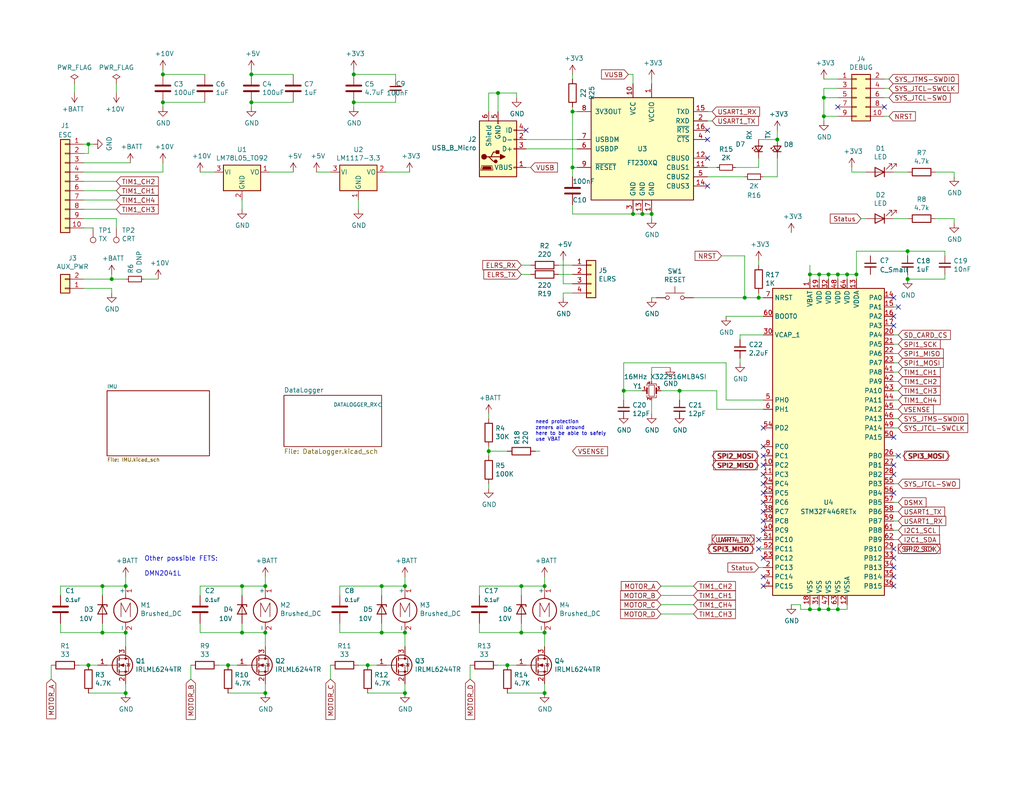
<source format=kicad_sch>
(kicad_sch (version 20211123) (generator eeschema)
  (paper "A")
  (lib_symbols
    (symbol "Connector:TestPoint" (pin_numbers hide) (pin_names (offset 0.762) hide)
      (property "Reference" "TP" (at 0 6.858 0))
      (property "Value" "TestPoint" (at 0 5.08 0))
      (symbol "TestPoint_1_1"
        (pin passive line (at 0 0 90) (length 2.54) (name "1") (number "1"))
      )
    )
    (symbol "Connector_Generic:Conn_01x02" (pin_names (offset 1.016) hide)
      (property "Reference" "J" (at 0 2.54 0))
      (property "Value" "Conn_01x02" (at 0 -5.08 0))
      (symbol "Conn_01x02_1_1"
        (pin passive line (at -5.08 0 0) (length 3.81) (name "Pin_1") (number "1"))
        (pin passive line (at -5.08 -2.54 0) (length 3.81) (name "Pin_2") (number "2"))
      )
    )
    (symbol "Connector_Generic:Conn_01x04" (pin_names (offset 1.016) hide)
      (property "Reference" "J" (at 0 5.08 0))
      (property "Value" "Conn_01x04" (at 0 -7.62 0))
      (symbol "Conn_01x04_1_1"
        (pin passive line (at -5.08 2.54 0) (length 3.81) (name "Pin_1") (number "1"))
        (pin passive line (at -5.08 0 0) (length 3.81) (name "Pin_2") (number "2"))
        (pin passive line (at -5.08 -2.54 0) (length 3.81) (name "Pin_3") (number "3"))
        (pin passive line (at -5.08 -5.08 0) (length 3.81) (name "Pin_4") (number "4"))
      )
    )
    (symbol "Connector_Generic:Conn_01x10" (pin_names (offset 1.016) hide)
      (property "Reference" "J" (at 0 12.7 0))
      (property "Value" "Conn_01x10" (at 0 -15.24 0))
      (symbol "Conn_01x10_1_1"
        (pin passive line (at -5.08 10.16 0) (length 3.81) (name "Pin_1") (number "1"))
        (pin passive line (at -5.08 -12.7 0) (length 3.81) (name "Pin_10") (number "10"))
        (pin passive line (at -5.08 7.62 0) (length 3.81) (name "Pin_2") (number "2"))
        (pin passive line (at -5.08 5.08 0) (length 3.81) (name "Pin_3") (number "3"))
        (pin passive line (at -5.08 2.54 0) (length 3.81) (name "Pin_4") (number "4"))
        (pin passive line (at -5.08 0 0) (length 3.81) (name "Pin_5") (number "5"))
        (pin passive line (at -5.08 -2.54 0) (length 3.81) (name "Pin_6") (number "6"))
        (pin passive line (at -5.08 -5.08 0) (length 3.81) (name "Pin_7") (number "7"))
        (pin passive line (at -5.08 -7.62 0) (length 3.81) (name "Pin_8") (number "8"))
        (pin passive line (at -5.08 -10.16 0) (length 3.81) (name "Pin_9") (number "9"))
      )
    )
    (symbol "Connector_Generic:Conn_02x05_Odd_Even" (pin_names (offset 1.016) hide)
      (property "Reference" "J" (at 1.27 7.62 0))
      (property "Value" "Conn_02x05_Odd_Even" (at 1.27 -7.62 0))
      (symbol "Conn_02x05_Odd_Even_1_1"
        (pin passive line (at -5.08 5.08 0) (length 3.81) (name "Pin_1") (number "1"))
        (pin passive line (at 7.62 -5.08 180) (length 3.81) (name "Pin_10") (number "10"))
        (pin passive line (at 7.62 5.08 180) (length 3.81) (name "Pin_2") (number "2"))
        (pin passive line (at -5.08 2.54 0) (length 3.81) (name "Pin_3") (number "3"))
        (pin passive line (at 7.62 2.54 180) (length 3.81) (name "Pin_4") (number "4"))
        (pin passive line (at -5.08 0 0) (length 3.81) (name "Pin_5") (number "5"))
        (pin passive line (at 7.62 0 180) (length 3.81) (name "Pin_6") (number "6"))
        (pin passive line (at -5.08 -2.54 0) (length 3.81) (name "Pin_7") (number "7"))
        (pin passive line (at 7.62 -2.54 180) (length 3.81) (name "Pin_8") (number "8"))
        (pin passive line (at -5.08 -5.08 0) (length 3.81) (name "Pin_9") (number "9"))
      )
    )
    (symbol "Device:C" (pin_numbers hide) (pin_names (offset 0.254))
      (property "Reference" "C" (at 0.635 2.54 0))
      (property "Value" "C" (at 0.635 -2.54 0))
      (symbol "C_1_1"
        (pin passive line (at 0 3.81 270) (length 2.794) (name "~") (number "1"))
        (pin passive line (at 0 -3.81 90) (length 2.794) (name "~") (number "2"))
      )
    )
    (symbol "Device:C_Small" (pin_numbers hide) (pin_names (offset 0.254) hide)
      (property "Reference" "C" (at 0.254 1.778 0))
      (property "Value" "C_Small" (at 0.254 -2.032 0))
      (symbol "C_Small_1_1"
        (pin passive line (at 0 2.54 270) (length 2.032) (name "~") (number "1"))
        (pin passive line (at 0 -2.54 90) (length 2.032) (name "~") (number "2"))
      )
    )
    (symbol "Device:Crystal_GND24_Small" (pin_names (offset 1.016) hide)
      (property "Reference" "Y" (at 1.27 4.445 0))
      (property "Value" "Crystal_GND24_Small" (at 1.27 2.54 0))
      (symbol "Crystal_GND24_Small_1_1"
        (pin passive line (at -2.54 0 0) (length 1.27) (name "1") (number "1"))
        (pin passive line (at 0 -2.54 90) (length 0.635) (name "2") (number "2"))
        (pin passive line (at 2.54 0 180) (length 1.27) (name "3") (number "3"))
        (pin passive line (at 0 2.54 270) (length 0.635) (name "4") (number "4"))
      )
    )
    (symbol "Device:D_Zener" (pin_numbers hide) (pin_names (offset 1.016) hide)
      (property "Reference" "D" (at 0 2.54 0))
      (property "Value" "D_Zener" (at 0 -2.54 0))
      (symbol "D_Zener_1_1"
        (pin passive line (at -3.81 0 0) (length 2.54) (name "K") (number "1"))
        (pin passive line (at 3.81 0 180) (length 2.54) (name "A") (number "2"))
      )
    )
    (symbol "Device:LED" (pin_numbers hide) (pin_names (offset 1.016) hide)
      (property "Reference" "D" (at 0 2.54 0))
      (property "Value" "LED" (at 0 -2.54 0))
      (symbol "LED_1_1"
        (pin passive line (at -3.81 0 0) (length 2.54) (name "K") (number "1"))
        (pin passive line (at 3.81 0 180) (length 2.54) (name "A") (number "2"))
      )
    )
    (symbol "Device:LED_Small" (pin_numbers hide) (pin_names (offset 0.254) hide)
      (property "Reference" "D" (at -1.27 3.175 0))
      (property "Value" "LED_Small" (at -4.445 -2.54 0))
      (symbol "LED_Small_1_1"
        (pin passive line (at -2.54 0 0) (length 1.778) (name "K") (number "1"))
        (pin passive line (at 2.54 0 180) (length 1.778) (name "A") (number "2"))
      )
    )
    (symbol "Device:R" (pin_numbers hide) (pin_names (offset 0))
      (property "Reference" "R" (at 2.032 0 90))
      (property "Value" "R" (at 0 0 90))
      (symbol "R_1_1"
        (pin passive line (at 0 3.81 270) (length 1.27) (name "~") (number "1"))
        (pin passive line (at 0 -3.81 90) (length 1.27) (name "~") (number "2"))
      )
    )
    (symbol "Device:R_Small" (pin_numbers hide) (pin_names (offset 0.254) hide)
      (property "Reference" "R" (at 0.762 0.508 0))
      (property "Value" "R_Small" (at 0.762 -1.016 0))
      (symbol "R_Small_1_1"
        (pin passive line (at 0 2.54 270) (length 0.762) (name "~") (number "1"))
        (pin passive line (at 0 -2.54 90) (length 0.762) (name "~") (number "2"))
      )
    )
    (symbol "ECE477_PCB-rescue:+3.3V-power" (power) (pin_names (offset 0))
      (property "Value" "+3.3V-power" (at 0 3.556 0))
      (symbol "+3.3V-power_1_1"
        (pin power_in line (at 0 0 90) (length 0) hide (name "+3V3") (number "1"))
      )
    )
    (symbol "MCU_ST_STM32F4:STM32F446RETx"
      (property "Reference" "U" (at -15.24 41.91 0))
      (property "Value" "STM32F446RETx" (at 10.16 41.91 0))
      (symbol "STM32F446RETx_1_1"
        (pin power_in line (at -5.08 43.18 270) (length 2.54) (name "VBAT") (number "1"))
        (pin bidirectional line (at -17.78 -7.62 0) (length 2.54) (name "PC2") (number "10"))
        (pin bidirectional line (at -17.78 -10.16 0) (length 2.54) (name "PC3") (number "11"))
        (pin power_in line (at 5.08 -45.72 90) (length 2.54) (name "VSSA") (number "12"))
        (pin power_in line (at 7.62 43.18 270) (length 2.54) (name "VDDA") (number "13"))
        (pin bidirectional line (at 17.78 38.1 180) (length 2.54) (name "PA0") (number "14"))
        (pin bidirectional line (at 17.78 35.56 180) (length 2.54) (name "PA1") (number "15"))
        (pin bidirectional line (at 17.78 33.02 180) (length 2.54) (name "PA2") (number "16"))
        (pin bidirectional line (at 17.78 30.48 180) (length 2.54) (name "PA3") (number "17"))
        (pin power_in line (at -5.08 -45.72 90) (length 2.54) (name "VSS") (number "18"))
        (pin power_in line (at -2.54 43.18 270) (length 2.54) (name "VDD") (number "19"))
        (pin bidirectional line (at -17.78 -35.56 0) (length 2.54) (name "PC13") (number "2"))
        (pin bidirectional line (at 17.78 27.94 180) (length 2.54) (name "PA4") (number "20"))
        (pin bidirectional line (at 17.78 25.4 180) (length 2.54) (name "PA5") (number "21"))
        (pin bidirectional line (at 17.78 22.86 180) (length 2.54) (name "PA6") (number "22"))
        (pin bidirectional line (at 17.78 20.32 180) (length 2.54) (name "PA7") (number "23"))
        (pin bidirectional line (at -17.78 -12.7 0) (length 2.54) (name "PC4") (number "24"))
        (pin bidirectional line (at -17.78 -15.24 0) (length 2.54) (name "PC5") (number "25"))
        (pin bidirectional line (at 17.78 -5.08 180) (length 2.54) (name "PB0") (number "26"))
        (pin bidirectional line (at 17.78 -7.62 180) (length 2.54) (name "PB1") (number "27"))
        (pin bidirectional line (at 17.78 -10.16 180) (length 2.54) (name "PB2") (number "28"))
        (pin bidirectional line (at 17.78 -30.48 180) (length 2.54) (name "PB10") (number "29"))
        (pin bidirectional line (at -17.78 -38.1 0) (length 2.54) (name "PC14") (number "3"))
        (pin power_in line (at -17.78 27.94 0) (length 2.54) (name "VCAP_1") (number "30"))
        (pin power_in line (at -2.54 -45.72 90) (length 2.54) (name "VSS") (number "31"))
        (pin power_in line (at 0 43.18 270) (length 2.54) (name "VDD") (number "32"))
        (pin bidirectional line (at 17.78 -33.02 180) (length 2.54) (name "PB12") (number "33"))
        (pin bidirectional line (at 17.78 -35.56 180) (length 2.54) (name "PB13") (number "34"))
        (pin bidirectional line (at 17.78 -38.1 180) (length 2.54) (name "PB14") (number "35"))
        (pin bidirectional line (at 17.78 -40.64 180) (length 2.54) (name "PB15") (number "36"))
        (pin bidirectional line (at -17.78 -17.78 0) (length 2.54) (name "PC6") (number "37"))
        (pin bidirectional line (at -17.78 -20.32 0) (length 2.54) (name "PC7") (number "38"))
        (pin bidirectional line (at -17.78 -22.86 0) (length 2.54) (name "PC8") (number "39"))
        (pin bidirectional line (at -17.78 -40.64 0) (length 2.54) (name "PC15") (number "4"))
        (pin bidirectional line (at -17.78 -25.4 0) (length 2.54) (name "PC9") (number "40"))
        (pin bidirectional line (at 17.78 17.78 180) (length 2.54) (name "PA8") (number "41"))
        (pin bidirectional line (at 17.78 15.24 180) (length 2.54) (name "PA9") (number "42"))
        (pin bidirectional line (at 17.78 12.7 180) (length 2.54) (name "PA10") (number "43"))
        (pin bidirectional line (at 17.78 10.16 180) (length 2.54) (name "PA11") (number "44"))
        (pin bidirectional line (at 17.78 7.62 180) (length 2.54) (name "PA12") (number "45"))
        (pin bidirectional line (at 17.78 5.08 180) (length 2.54) (name "PA13") (number "46"))
        (pin power_in line (at 0 -45.72 90) (length 2.54) (name "VSS") (number "47"))
        (pin power_in line (at 2.54 43.18 270) (length 2.54) (name "VDD") (number "48"))
        (pin bidirectional line (at 17.78 2.54 180) (length 2.54) (name "PA14") (number "49"))
        (pin input line (at -17.78 10.16 0) (length 2.54) (name "PH0") (number "5"))
        (pin bidirectional line (at 17.78 0 180) (length 2.54) (name "PA15") (number "50"))
        (pin bidirectional line (at -17.78 -27.94 0) (length 2.54) (name "PC10") (number "51"))
        (pin bidirectional line (at -17.78 -30.48 0) (length 2.54) (name "PC11") (number "52"))
        (pin bidirectional line (at -17.78 -33.02 0) (length 2.54) (name "PC12") (number "53"))
        (pin bidirectional line (at -17.78 2.54 0) (length 2.54) (name "PD2") (number "54"))
        (pin bidirectional line (at 17.78 -12.7 180) (length 2.54) (name "PB3") (number "55"))
        (pin bidirectional line (at 17.78 -15.24 180) (length 2.54) (name "PB4") (number "56"))
        (pin bidirectional line (at 17.78 -17.78 180) (length 2.54) (name "PB5") (number "57"))
        (pin bidirectional line (at 17.78 -20.32 180) (length 2.54) (name "PB6") (number "58"))
        (pin bidirectional line (at 17.78 -22.86 180) (length 2.54) (name "PB7") (number "59"))
        (pin input line (at -17.78 7.62 0) (length 2.54) (name "PH1") (number "6"))
        (pin input line (at -17.78 33.02 0) (length 2.54) (name "BOOT0") (number "60"))
        (pin bidirectional line (at 17.78 -25.4 180) (length 2.54) (name "PB8") (number "61"))
        (pin bidirectional line (at 17.78 -27.94 180) (length 2.54) (name "PB9") (number "62"))
        (pin power_in line (at 2.54 -45.72 90) (length 2.54) (name "VSS") (number "63"))
        (pin power_in line (at 5.08 43.18 270) (length 2.54) (name "VDD") (number "64"))
        (pin input line (at -17.78 38.1 0) (length 2.54) (name "NRST") (number "7"))
        (pin bidirectional line (at -17.78 -2.54 0) (length 2.54) (name "PC0") (number "8"))
        (pin bidirectional line (at -17.78 -5.08 0) (length 2.54) (name "PC1") (number "9"))
      )
    )
    (symbol "Motor:Motor_DC" (pin_names (offset 0))
      (property "Reference" "M" (at 2.54 2.54 0))
      (property "Value" "Motor_DC" (at 2.54 -5.08 0))
      (symbol "Motor_DC_1_1"
        (pin passive line (at 0 5.08 270) (length 2.54) (name "+") (number "1"))
        (pin passive line (at 0 -7.62 90) (length 2.54) (name "-") (number "2"))
      )
    )
    (symbol "Regulator_Linear:LM1117-3.3" (pin_names (offset 0.254))
      (property "Reference" "U" (at -3.81 3.175 0))
      (property "Value" "LM1117-3.3" (at 0 3.175 0))
      (symbol "LM1117-3.3_1_1"
        (pin power_in line (at 0 -7.62 90) (length 2.54) (name "GND") (number "1"))
        (pin power_out line (at 7.62 0 180) (length 2.54) (name "VO") (number "2"))
        (pin power_in line (at -7.62 0 0) (length 2.54) (name "VI") (number "3"))
      )
    )
    (symbol "Regulator_Linear:LM78L05_TO92" (pin_names (offset 0.254))
      (property "Reference" "U" (at -3.81 3.175 0))
      (property "Value" "LM78L05_TO92" (at 0 3.175 0))
      (symbol "LM78L05_TO92_1_1"
        (pin power_out line (at 7.62 0 180) (length 2.54) (name "VO") (number "1"))
        (pin power_in line (at 0 -7.62 90) (length 2.54) (name "GND") (number "2"))
        (pin power_in line (at -7.62 0 0) (length 2.54) (name "VI") (number "3"))
      )
    )
    (symbol "STM32_SMD_Quadcopter-rescue:FT230XQ-Interface_USB" (pin_names (offset 1.016))
      (property "Reference" "U" (at -13.97 15.24 0))
      (property "Value" "FT230XQ-Interface_USB" (at 7.62 15.24 0))
      (symbol "FT230XQ-Interface_USB_1_1"
        (pin power_in line (at 2.54 17.78 270) (length 3.81) (name "VCCIO") (number "1"))
        (pin power_in line (at -2.54 17.78 270) (length 3.81) (name "VCC") (number "10"))
        (pin bidirectional line (at 17.78 -5.08 180) (length 3.81) (name "CBUS1") (number "11"))
        (pin bidirectional line (at 17.78 -2.54 180) (length 3.81) (name "CBUS0") (number "12"))
        (pin power_in line (at 0 -17.78 90) (length 3.81) (name "GND") (number "13"))
        (pin bidirectional line (at 17.78 -10.16 180) (length 3.81) (name "CBUS3") (number "14"))
        (pin output line (at 17.78 10.16 180) (length 3.81) (name "TXD") (number "15"))
        (pin input line (at 17.78 5.08 180) (length 3.81) (name "~{RTS}") (number "16"))
        (pin power_in line (at 2.54 -17.78 90) (length 3.81) (name "GND") (number "17"))
        (pin input line (at 17.78 7.62 180) (length 3.81) (name "RXD") (number "2"))
        (pin power_in line (at -2.54 -17.78 90) (length 3.81) (name "GND") (number "3"))
        (pin input line (at 17.78 2.54 180) (length 3.81) (name "~{CTS}") (number "4"))
        (pin bidirectional line (at 17.78 -7.62 180) (length 3.81) (name "CBUS2") (number "5"))
        (pin bidirectional line (at -17.78 0 0) (length 3.81) (name "USBDP") (number "6"))
        (pin bidirectional line (at -17.78 2.54 0) (length 3.81) (name "USBDM") (number "7"))
        (pin power_out line (at -17.78 10.16 0) (length 3.81) (name "3V3OUT") (number "8"))
        (pin input line (at -17.78 -5.08 0) (length 3.81) (name "~{RESET}") (number "9"))
      )
    )
    (symbol "STM32_SMD_Quadcopter-rescue:USB_B_Micro-Connector" (pin_names (offset 1.016))
      (property "Reference" "J" (at -5.08 11.43 0))
      (property "Value" "USB_B_Micro-Connector" (at -5.08 8.89 0))
      (symbol "USB_B_Micro-Connector_1_1"
        (pin power_out line (at 7.62 5.08 180) (length 2.54) (name "VBUS") (number "1"))
        (pin passive line (at 7.62 -2.54 180) (length 2.54) (name "D-") (number "2"))
        (pin passive line (at 7.62 0 180) (length 2.54) (name "D+") (number "3"))
        (pin passive line (at 7.62 -5.08 180) (length 2.54) (name "ID") (number "4"))
        (pin power_out line (at 0 -10.16 90) (length 2.54) (name "GND") (number "5"))
        (pin passive line (at -2.54 -10.16 90) (length 2.54) (name "Shield") (number "6"))
      )
    )
    (symbol "Switch:SW_Push" (pin_numbers hide) (pin_names (offset 1.016) hide)
      (property "Reference" "SW" (at 1.27 2.54 0))
      (property "Value" "SW_Push" (at 0 -1.524 0))
      (symbol "SW_Push_0_1"
        (pin passive line (at -5.08 0 0) (length 2.54) (name "1") (number "1"))
        (pin passive line (at 5.08 0 180) (length 2.54) (name "2") (number "2"))
      )
    )
    (symbol "Transistor_FET:MMBF170" (pin_names hide)
      (property "Reference" "Q" (at 5.08 1.905 0))
      (property "Value" "MMBF170" (at 5.08 0 0))
      (symbol "MMBF170_1_1"
        (pin input line (at -5.08 0 0) (length 2.54) (name "G") (number "1"))
        (pin passive line (at 2.54 -5.08 90) (length 2.54) (name "S") (number "2"))
        (pin passive line (at 2.54 5.08 270) (length 2.54) (name "D") (number "3"))
      )
    )
    (symbol "power:+10V" (power) (pin_names (offset 0))
      (property "Value" "+10V" (at 0 3.556 0))
      (symbol "+10V_1_1"
        (pin power_in line (at 0 0 90) (length 0) hide (name "+10V") (number "1"))
      )
    )
    (symbol "power:+5V" (power) (pin_names (offset 0))
      (property "Value" "+5V" (at 0 3.556 0))
      (symbol "+5V_1_1"
        (pin power_in line (at 0 0 90) (length 0) hide (name "+5V") (number "1"))
      )
    )
    (symbol "power:+BATT" (power) (pin_names (offset 0))
      (property "Value" "+BATT" (at 0 3.556 0))
      (symbol "+BATT_1_1"
        (pin power_in line (at 0 0 90) (length 0) hide (name "+BATT") (number "1"))
      )
    )
    (symbol "power:GND" (power) (pin_names (offset 0))
      (property "Value" "GND" (at 0 -3.81 0))
      (symbol "GND_1_1"
        (pin power_in line (at 0 0 270) (length 0) hide (name "GND") (number "1"))
      )
    )
    (symbol "power:PWR_FLAG" (power) (pin_numbers hide) (pin_names (offset 0) hide)
      (property "Value" "PWR_FLAG" (at 0 3.81 0))
      (symbol "PWR_FLAG_0_0"
        (pin power_out line (at 0 0 90) (length 0) (name "pwr") (number "1"))
      )
    )
  )
  (junction (at 62.23 181.61))
  (junction (at 156.21 45.72))
  (junction (at 138.43 181.61))
  (junction (at 177.8 58.42))
  (junction (at 100.33 181.61))
  (junction (at 172.72 58.42))
  (junction (at 224.79 31.75))
  (junction (at 142.24 160.02))
  (junction (at 72.39 172.72))
  (junction (at 68.58 20.32))
  (junction (at 175.26 58.42))
  (junction (at 228.6 166.37))
  (junction (at 44.45 20.32))
  (junction (at 72.39 160.02))
  (junction (at 148.59 172.72))
  (junction (at 96.52 20.32))
  (junction (at 110.49 160.02))
  (junction (at 207.01 81.28))
  (junction (at 24.13 181.61))
  (junction (at 220.98 166.37))
  (junction (at 212.09 38.1))
  (junction (at 156.21 30.48))
  (junction (at 231.14 74.93))
  (junction (at 96.52 27.94))
  (junction (at 233.68 74.93))
  (junction (at 148.59 189.23))
  (junction (at 226.06 166.37))
  (junction (at 185.42 106.68))
  (junction (at 170.18 106.68))
  (junction (at 220.98 74.93))
  (junction (at 142.24 172.72))
  (junction (at 68.58 27.94))
  (junction (at 104.14 160.02))
  (junction (at 34.29 172.72))
  (junction (at 223.52 166.37))
  (junction (at 34.29 189.23))
  (junction (at 66.04 172.72))
  (junction (at 247.65 76.2))
  (junction (at 30.48 76.2))
  (junction (at 24.13 39.37))
  (junction (at 27.94 160.02))
  (junction (at 104.14 172.72))
  (junction (at 224.79 26.67))
  (junction (at 44.45 27.94))
  (junction (at 228.6 74.93))
  (junction (at 135.89 25.4))
  (junction (at 148.59 160.02))
  (junction (at 226.06 74.93))
  (junction (at 72.39 189.23))
  (junction (at 223.52 74.93))
  (junction (at 110.49 172.72))
  (junction (at 27.94 172.72))
  (junction (at 34.29 160.02))
  (junction (at 203.2 81.28))
  (junction (at 247.65 68.58))
  (junction (at 133.35 123.19))
  (junction (at 66.04 160.02))
  (junction (at 110.49 189.23))
  (no_connect (at 243.84 154.94))
  (no_connect (at 208.28 152.4))
  (no_connect (at 243.84 129.54))
  (no_connect (at 228.6 29.21))
  (no_connect (at 193.04 43.18))
  (no_connect (at 243.84 86.36))
  (no_connect (at 243.84 88.9))
  (no_connect (at 243.84 157.48))
  (no_connect (at 207.01 149.86))
  (no_connect (at 143.51 35.56))
  (no_connect (at 243.84 81.28))
  (no_connect (at 243.84 127))
  (no_connect (at 243.84 160.02))
  (no_connect (at 245.11 124.46))
  (no_connect (at 193.04 50.8))
  (no_connect (at 208.28 157.48))
  (no_connect (at 243.84 119.38))
  (no_connect (at 193.04 35.56))
  (no_connect (at 207.01 147.32))
  (no_connect (at 208.28 160.02))
  (no_connect (at 193.04 38.1))
  (no_connect (at 245.11 83.82))
  (no_connect (at 208.28 132.08))
  (no_connect (at 208.28 121.92))
  (no_connect (at 208.28 116.84))
  (no_connect (at 243.84 152.4))
  (no_connect (at 208.28 134.62))
  (no_connect (at 241.3 29.21))
  (no_connect (at 243.84 149.86))
  (no_connect (at 208.28 144.78))
  (no_connect (at 208.28 139.7))
  (no_connect (at 208.28 137.16))
  (no_connect (at 208.28 127))
  (no_connect (at 208.28 142.24))
  (no_connect (at 208.28 129.54))
  (no_connect (at 208.28 124.46))
  (no_connect (at 243.84 134.62))
  (wire (pts (xy 224.79 26.67) (xy 224.79 31.75)))
  (wire (pts (xy 172.72 58.42) (xy 175.26 58.42)))
  (wire (pts (xy 22.86 54.61) (xy 31.75 54.61)))
  (wire (pts (xy 228.6 166.37) (xy 228.6 165.1)))
  (wire (pts (xy 207.01 38.1) (xy 212.09 38.1)))
  (wire (pts (xy 177.8 104.14) (xy 177.8 100.33)))
  (wire (pts (xy 231.14 74.93) (xy 233.68 74.93)))
  (wire (pts (xy 232.41 46.99) (xy 236.22 46.99)))
  (wire (pts (xy 243.84 104.14) (xy 245.11 104.14)))
  (wire (pts (xy 223.52 166.37) (xy 223.52 165.1)))
  (wire (pts (xy 130.81 162.56) (xy 130.81 160.02)))
  (wire (pts (xy 62.23 189.23) (xy 72.39 189.23)))
  (wire (pts (xy 39.37 76.2) (xy 43.18 76.2)))
  (wire (pts (xy 196.85 69.85) (xy 203.2 69.85)))
  (wire (pts (xy 54.61 162.56) (xy 54.61 160.02)))
  (wire (pts (xy 90.17 185.42) (xy 90.17 181.61)))
  (wire (pts (xy 72.39 176.53) (xy 72.39 172.72)))
  (wire (pts (xy 233.68 68.58) (xy 233.68 74.93)))
  (wire (pts (xy 143.51 38.1) (xy 157.48 38.1)))
  (wire (pts (xy 133.35 121.92) (xy 133.35 123.19)))
  (wire (pts (xy 104.14 172.72) (xy 110.49 172.72)))
  (wire (pts (xy 226.06 74.93) (xy 226.06 76.2)))
  (wire (pts (xy 44.45 46.99) (xy 44.45 44.45)))
  (wire (pts (xy 245.11 142.24) (xy 243.84 142.24)))
  (wire (pts (xy 66.04 170.18) (xy 66.04 172.72)))
  (wire (pts (xy 140.97 181.61) (xy 138.43 181.61)))
  (wire (pts (xy 34.29 160.02) (xy 34.29 157.48)))
  (wire (pts (xy 27.94 160.02) (xy 34.29 160.02)))
  (wire (pts (xy 153.67 80.01) (xy 156.21 80.01)))
  (wire (pts (xy 142.24 170.18) (xy 142.24 172.72)))
  (wire (pts (xy 22.86 76.2) (xy 30.48 76.2)))
  (wire (pts (xy 156.21 30.48) (xy 156.21 45.72)))
  (wire (pts (xy 153.67 71.12) (xy 153.67 77.47)))
  (wire (pts (xy 16.51 162.56) (xy 16.51 160.02)))
  (wire (pts (xy 52.07 185.42) (xy 52.07 181.61)))
  (wire (pts (xy 86.36 46.99) (xy 90.17 46.99)))
  (wire (pts (xy 110.49 189.23) (xy 110.49 186.69)))
  (wire (pts (xy 143.51 40.64) (xy 157.48 40.64)))
  (wire (pts (xy 245.11 111.76) (xy 243.84 111.76)))
  (wire (pts (xy 220.98 166.37) (xy 223.52 166.37)))
  (wire (pts (xy 111.76 46.99) (xy 105.41 46.99)))
  (wire (pts (xy 220.98 74.93) (xy 223.52 74.93)))
  (wire (pts (xy 138.43 189.23) (xy 148.59 189.23)))
  (wire (pts (xy 153.67 77.47) (xy 156.21 77.47)))
  (wire (pts (xy 104.14 162.56) (xy 104.14 160.02)))
  (wire (pts (xy 26.67 181.61) (xy 24.13 181.61)))
  (wire (pts (xy 133.35 30.48) (xy 133.35 25.4)))
  (wire (pts (xy 207.01 72.39) (xy 207.01 71.12)))
  (wire (pts (xy 20.32 25.4) (xy 20.32 22.86)))
  (wire (pts (xy 177.8 21.59) (xy 177.8 22.86)))
  (wire (pts (xy 245.11 132.08) (xy 243.84 132.08)))
  (wire (pts (xy 148.59 176.53) (xy 148.59 172.72)))
  (wire (pts (xy 96.52 20.32) (xy 96.52 19.05)))
  (wire (pts (xy 22.86 39.37) (xy 24.13 39.37)))
  (wire (pts (xy 201.93 91.44) (xy 201.93 92.71)))
  (wire (pts (xy 198.12 99.06) (xy 170.18 99.06)))
  (wire (pts (xy 156.21 21.59) (xy 156.21 20.32)))
  (wire (pts (xy 138.43 123.19) (xy 133.35 123.19)))
  (wire (pts (xy 224.79 26.67) (xy 224.79 24.13)))
  (wire (pts (xy 185.42 106.68) (xy 195.58 106.68)))
  (wire (pts (xy 128.27 185.42) (xy 128.27 181.61)))
  (wire (pts (xy 171.45 20.32) (xy 172.72 20.32)))
  (wire (pts (xy 148.59 160.02) (xy 148.59 157.48)))
  (wire (pts (xy 130.81 160.02) (xy 142.24 160.02)))
  (wire (pts (xy 207.01 154.94) (xy 208.28 154.94)))
  (wire (pts (xy 27.94 162.56) (xy 27.94 160.02)))
  (wire (pts (xy 54.61 172.72) (xy 66.04 172.72)))
  (wire (pts (xy 24.13 39.37) (xy 25.4 39.37)))
  (wire (pts (xy 104.14 170.18) (xy 104.14 172.72)))
  (wire (pts (xy 22.86 49.53) (xy 31.75 49.53)))
  (wire (pts (xy 195.58 106.68) (xy 195.58 111.76)))
  (wire (pts (xy 212.09 48.26) (xy 212.09 43.18)))
  (wire (pts (xy 31.75 57.15) (xy 22.86 57.15)))
  (wire (pts (xy 255.27 59.69) (xy 260.35 59.69)))
  (wire (pts (xy 68.58 27.94) (xy 80.01 27.94)))
  (wire (pts (xy 245.11 101.6) (xy 243.84 101.6)))
  (wire (pts (xy 66.04 162.56) (xy 66.04 160.02)))
  (wire (pts (xy 245.11 106.68) (xy 243.84 106.68)))
  (wire (pts (xy 231.14 166.37) (xy 228.6 166.37)))
  (wire (pts (xy 24.13 41.91) (xy 24.13 39.37)))
  (wire (pts (xy 22.86 46.99) (xy 44.45 46.99)))
  (wire (pts (xy 233.68 68.58) (xy 247.65 68.58)))
  (wire (pts (xy 245.11 147.32) (xy 243.84 147.32)))
  (wire (pts (xy 201.93 99.06) (xy 201.93 97.79)))
  (wire (pts (xy 97.79 181.61) (xy 100.33 181.61)))
  (wire (pts (xy 72.39 189.23) (xy 72.39 186.69)))
  (wire (pts (xy 133.35 114.3) (xy 133.35 113.03)))
  (wire (pts (xy 172.72 20.32) (xy 172.72 22.86)))
  (wire (pts (xy 170.18 106.68) (xy 170.18 109.22)))
  (wire (pts (xy 257.81 76.2) (xy 257.81 74.93)))
  (wire (pts (xy 170.18 106.68) (xy 175.26 106.68)))
  (wire (pts (xy 224.79 24.13) (xy 228.6 24.13)))
  (wire (pts (xy 44.45 20.32) (xy 44.45 19.05)))
  (wire (pts (xy 247.65 76.2) (xy 247.65 74.93)))
  (wire (pts (xy 189.23 167.64) (xy 180.34 167.64)))
  (wire (pts (xy 135.89 25.4) (xy 140.97 25.4)))
  (wire (pts (xy 226.06 166.37) (xy 226.06 165.1)))
  (wire (pts (xy 228.6 74.93) (xy 231.14 74.93)))
  (wire (pts (xy 30.48 78.74) (xy 22.86 78.74)))
  (wire (pts (xy 218.44 165.1) (xy 218.44 166.37)))
  (wire (pts (xy 223.52 74.93) (xy 223.52 76.2)))
  (wire (pts (xy 100.33 189.23) (xy 110.49 189.23)))
  (wire (pts (xy 92.71 172.72) (xy 104.14 172.72)))
  (wire (pts (xy 226.06 166.37) (xy 228.6 166.37)))
  (wire (pts (xy 257.81 68.58) (xy 257.81 69.85)))
  (wire (pts (xy 207.01 81.28) (xy 208.28 81.28)))
  (wire (pts (xy 203.2 69.85) (xy 203.2 81.28)))
  (wire (pts (xy 68.58 20.32) (xy 68.58 19.05)))
  (wire (pts (xy 130.81 172.72) (xy 142.24 172.72)))
  (wire (pts (xy 156.21 29.21) (xy 156.21 30.48)))
  (wire (pts (xy 104.14 160.02) (xy 110.49 160.02)))
  (wire (pts (xy 207.01 45.72) (xy 207.01 43.18)))
  (wire (pts (xy 92.71 160.02) (xy 104.14 160.02)))
  (wire (pts (xy 148.59 189.23) (xy 148.59 186.69)))
  (wire (pts (xy 21.59 181.61) (xy 24.13 181.61)))
  (wire (pts (xy 185.42 113.03) (xy 185.42 114.3)))
  (wire (pts (xy 247.65 68.58) (xy 257.81 68.58)))
  (wire (pts (xy 260.35 46.99) (xy 260.35 48.26)))
  (wire (pts (xy 44.45 27.94) (xy 55.88 27.94)))
  (wire (pts (xy 260.35 59.69) (xy 260.35 60.96)))
  (wire (pts (xy 243.84 124.46) (xy 245.11 124.46)))
  (wire (pts (xy 243.84 139.7) (xy 245.11 139.7)))
  (wire (pts (xy 133.35 123.19) (xy 133.35 124.46)))
  (wire (pts (xy 177.8 109.22) (xy 177.8 113.03)))
  (wire (pts (xy 34.29 176.53) (xy 34.29 172.72)))
  (wire (pts (xy 247.65 46.99) (xy 243.84 46.99)))
  (wire (pts (xy 110.49 176.53) (xy 110.49 172.72)))
  (wire (pts (xy 16.51 170.18) (xy 16.51 172.72)))
  (wire (pts (xy 245.11 116.84) (xy 243.84 116.84)))
  (wire (pts (xy 133.35 132.08) (xy 133.35 133.35)))
  (wire (pts (xy 185.42 109.22) (xy 185.42 106.68)))
  (wire (pts (xy 224.79 33.02) (xy 224.79 31.75)))
  (wire (pts (xy 16.51 172.72) (xy 27.94 172.72)))
  (wire (pts (xy 193.04 45.72) (xy 195.58 45.72)))
  (wire (pts (xy 22.86 62.23) (xy 25.4 62.23)))
  (wire (pts (xy 170.18 99.06) (xy 170.18 106.68)))
  (wire (pts (xy 66.04 160.02) (xy 72.39 160.02)))
  (wire (pts (xy 31.75 52.07) (xy 22.86 52.07)))
  (wire (pts (xy 198.12 109.22) (xy 198.12 99.06)))
  (wire (pts (xy 107.95 27.94) (xy 96.52 27.94)))
  (wire (pts (xy 223.52 166.37) (xy 226.06 166.37)))
  (wire (pts (xy 110.49 160.02) (xy 110.49 157.48)))
  (wire (pts (xy 232.41 45.72) (xy 232.41 46.99)))
  (wire (pts (xy 212.09 38.1) (xy 212.09 35.56)))
  (wire (pts (xy 228.6 74.93) (xy 228.6 76.2)))
  (wire (pts (xy 200.66 45.72) (xy 207.01 45.72)))
  (wire (pts (xy 220.98 76.2) (xy 220.98 74.93)))
  (wire (pts (xy 156.21 72.39) (xy 152.4 72.39)))
  (wire (pts (xy 198.12 86.36) (xy 208.28 86.36)))
  (wire (pts (xy 245.11 96.52) (xy 243.84 96.52)))
  (wire (pts (xy 207.01 80.01) (xy 207.01 81.28)))
  (wire (pts (xy 233.68 74.93) (xy 233.68 76.2)))
  (wire (pts (xy 59.69 181.61) (xy 62.23 181.61)))
  (wire (pts (xy 189.23 81.28) (xy 203.2 81.28)))
  (wire (pts (xy 54.61 46.99) (xy 58.42 46.99)))
  (wire (pts (xy 241.3 24.13) (xy 242.57 24.13)))
  (wire (pts (xy 245.11 137.16) (xy 243.84 137.16)))
  (wire (pts (xy 245.11 83.82) (xy 243.84 83.82)))
  (wire (pts (xy 243.84 114.3) (xy 245.11 114.3)))
  (wire (pts (xy 54.61 170.18) (xy 54.61 172.72)))
  (wire (pts (xy 220.98 165.1) (xy 220.98 166.37)))
  (wire (pts (xy 96.52 29.21) (xy 96.52 27.94)))
  (wire (pts (xy 142.24 162.56) (xy 142.24 160.02)))
  (wire (pts (xy 243.84 109.22) (xy 245.11 109.22)))
  (wire (pts (xy 156.21 30.48) (xy 157.48 30.48)))
  (wire (pts (xy 228.6 26.67) (xy 224.79 26.67)))
  (wire (pts (xy 224.79 31.75) (xy 228.6 31.75)))
  (wire (pts (xy 30.48 80.01) (xy 30.48 78.74)))
  (wire (pts (xy 207.01 149.86) (xy 208.28 149.86)))
  (wire (pts (xy 44.45 27.94) (xy 44.45 29.21)))
  (wire (pts (xy 68.58 27.94) (xy 68.58 29.21)))
  (wire (pts (xy 143.51 45.72) (xy 144.78 45.72)))
  (wire (pts (xy 189.23 162.56) (xy 180.34 162.56)))
  (wire (pts (xy 92.71 162.56) (xy 92.71 160.02)))
  (wire (pts (xy 175.26 58.42) (xy 177.8 58.42)))
  (wire (pts (xy 34.29 189.23) (xy 34.29 186.69)))
  (wire (pts (xy 226.06 74.93) (xy 228.6 74.93)))
  (wire (pts (xy 245.11 91.44) (xy 243.84 91.44)))
  (wire (pts (xy 208.28 147.32) (xy 207.01 147.32)))
  (wire (pts (xy 22.86 59.69) (xy 31.75 59.69)))
  (wire (pts (xy 97.79 57.15) (xy 97.79 54.61)))
  (wire (pts (xy 203.2 81.28) (xy 207.01 81.28)))
  (wire (pts (xy 156.21 55.88) (xy 156.21 58.42)))
  (wire (pts (xy 24.13 189.23) (xy 34.29 189.23)))
  (wire (pts (xy 234.95 59.69) (xy 236.22 59.69)))
  (wire (pts (xy 130.81 170.18) (xy 130.81 172.72)))
  (wire (pts (xy 31.75 59.69) (xy 31.75 62.23)))
  (wire (pts (xy 133.35 25.4) (xy 135.89 25.4)))
  (wire (pts (xy 30.48 76.2) (xy 30.48 74.93)))
  (wire (pts (xy 13.97 185.42) (xy 13.97 181.61)))
  (wire (pts (xy 80.01 46.99) (xy 73.66 46.99)))
  (wire (pts (xy 54.61 160.02) (xy 66.04 160.02)))
  (wire (pts (xy 16.51 160.02) (xy 27.94 160.02)))
  (wire (pts (xy 243.84 99.06) (xy 245.11 99.06)))
  (wire (pts (xy 27.94 170.18) (xy 27.94 172.72)))
  (wire (pts (xy 92.71 170.18) (xy 92.71 172.72)))
  (wire (pts (xy 135.89 181.61) (xy 138.43 181.61)))
  (wire (pts (xy 144.78 72.39) (xy 142.24 72.39)))
  (wire (pts (xy 156.21 58.42) (xy 172.72 58.42)))
  (wire (pts (xy 231.14 74.93) (xy 231.14 76.2)))
  (wire (pts (xy 180.34 160.02) (xy 189.23 160.02)))
  (wire (pts (xy 182.88 100.33) (xy 177.8 100.33)))
  (wire (pts (xy 102.87 181.61) (xy 100.33 181.61)))
  (wire (pts (xy 198.12 109.22) (xy 208.28 109.22)))
  (wire (pts (xy 243.84 144.78) (xy 245.11 144.78)))
  (wire (pts (xy 66.04 172.72) (xy 72.39 172.72)))
  (wire (pts (xy 242.57 31.75) (xy 241.3 31.75)))
  (wire (pts (xy 44.45 20.32) (xy 55.88 20.32)))
  (wire (pts (xy 231.14 166.37) (xy 231.14 165.1)))
  (wire (pts (xy 185.42 106.68) (xy 180.34 106.68)))
  (wire (pts (xy 156.21 48.26) (xy 156.21 45.72)))
  (wire (pts (xy 170.18 113.03) (xy 170.18 114.3)))
  (wire (pts (xy 177.8 81.28) (xy 179.07 81.28)))
  (wire (pts (xy 220.98 72.39) (xy 220.98 74.93)))
  (wire (pts (xy 107.95 20.32) (xy 107.95 21.59)))
  (wire (pts (xy 153.67 81.28) (xy 153.67 80.01)))
  (wire (pts (xy 201.93 91.44) (xy 208.28 91.44)))
  (wire (pts (xy 22.86 41.91) (xy 24.13 41.91)))
  (wire (pts (xy 31.75 25.4) (xy 31.75 22.86)))
  (wire (pts (xy 180.34 165.1) (xy 189.23 165.1)))
  (wire (pts (xy 156.21 45.72) (xy 157.48 45.72)))
  (wire (pts (xy 152.4 74.93) (xy 156.21 74.93)))
  (wire (pts (xy 27.94 172.72) (xy 34.29 172.72)))
  (wire (pts (xy 142.24 172.72) (xy 148.59 172.72)))
  (wire (pts (xy 72.39 160.02) (xy 72.39 157.48)))
  (wire (pts (xy 224.79 21.59) (xy 228.6 21.59)))
  (wire (pts (xy 247.65 68.58) (xy 247.65 69.85)))
  (wire (pts (xy 107.95 26.67) (xy 107.95 27.94)))
  (wire (pts (xy 144.78 74.93) (xy 142.24 74.93)))
  (wire (pts (xy 64.77 181.61) (xy 62.23 181.61)))
  (wire (pts (xy 243.84 93.98) (xy 245.11 93.98)))
  (wire (pts (xy 241.3 21.59) (xy 242.57 21.59)))
  (wire (pts (xy 140.97 25.4) (xy 140.97 26.67)))
  (wire (pts (xy 96.52 20.32) (xy 107.95 20.32)))
  (wire (pts (xy 195.58 111.76) (xy 208.28 111.76)))
  (wire (pts (xy 177.8 58.42) (xy 177.8 59.69)))
  (wire (pts (xy 247.65 59.69) (xy 243.84 59.69)))
  (wire (pts (xy 34.29 76.2) (xy 30.48 76.2)))
  (wire (pts (xy 135.89 30.48) (xy 135.89 25.4)))
  (wire (pts (xy 255.27 46.99) (xy 260.35 46.99)))
  (wire (pts (xy 194.31 33.02) (xy 193.04 33.02)))
  (wire (pts (xy 241.3 26.67) (xy 242.57 26.67)))
  (wire (pts (xy 223.52 74.93) (xy 226.06 74.93)))
  (wire (pts (xy 208.28 48.26) (xy 212.09 48.26)))
  (wire (pts (xy 193.04 48.26) (xy 203.2 48.26)))
  (wire (pts (xy 66.04 57.15) (xy 66.04 54.61)))
  (wire (pts (xy 146.05 123.19) (xy 147.32 123.19)))
  (wire (pts (xy 142.24 160.02) (xy 148.59 160.02)))
  (wire (pts (xy 22.86 44.45) (xy 35.56 44.45)))
  (wire (pts (xy 68.58 20.32) (xy 80.01 20.32)))
  (wire (pts (xy 193.04 30.48) (xy 194.31 30.48)))
  (wire (pts (xy 215.9 165.1) (xy 218.44 165.1)))
  (wire (pts (xy 247.65 76.2) (xy 257.81 76.2)))
  (wire (pts (xy 218.44 166.37) (xy 220.98 166.37)))
  (text "need protection \nzeners all around \nhere to be able to safely \nuse VBAT" (at 146.05 120.65 0) (effects (font (size 0.9906 0.9906)) (justify left bottom)))
  (text "Other possible FETS:\n\nDMN2041L" (at 39.37 157.48 0) (effects (font (size 1.27 1.27)) (justify left bottom)))
  (global_label "MOTOR_A" (shape input) (at 13.97 185.42 270) (property "Intersheet References" "${INTERSHEET_REFS}" (effects hide)))
  (global_label "TIM1_CH3" (shape input) (at 189.23 167.64 0) (property "Intersheet References" "${INTERSHEET_REFS}" (effects hide)))
  (global_label "I2C1_SCL" (shape input) (at 245.11 144.78 0) (property "Intersheet References" "${INTERSHEET_REFS}" (effects hide)))
  (global_label "VSENSE" (shape input) (at 245.11 111.76 0) (property "Intersheet References" "${INTERSHEET_REFS}" (effects hide)))
  (global_label "VUSB" (shape input) (at 171.45 20.32 180) (property "Intersheet References" "${INTERSHEET_REFS}" (effects hide)))
  (global_label "TIM1_CH1" (shape input) (at 189.23 162.56 0) (property "Intersheet References" "${INTERSHEET_REFS}" (effects hide)))
  (global_label "SPI2_MOSI" (shape input) (at 207.01 124.46 180) (property "Intersheet References" "${INTERSHEET_REFS}" (effects hide)))
  (global_label "TIM1_CH1" (shape input) (at 31.75 52.07 0) (property "Intersheet References" "${INTERSHEET_REFS}" (effects hide)))
  (global_label "SD_CARD_CS" (shape input) (at 245.11 91.44 0) (property "Intersheet References" "${INTERSHEET_REFS}" (effects hide)))
  (global_label "TIM1_CH4" (shape input) (at 31.75 54.61 0) (property "Intersheet References" "${INTERSHEET_REFS}" (effects hide)))
  (global_label "TIM1_CH1" (shape input) (at 245.11 101.6 0) (property "Intersheet References" "${INTERSHEET_REFS}" (effects hide)))
  (global_label "USART1_RX" (shape input) (at 245.11 142.24 0) (property "Intersheet References" "${INTERSHEET_REFS}" (effects hide)))
  (global_label "USART1_TX" (shape input) (at 194.31 33.02 0) (property "Intersheet References" "${INTERSHEET_REFS}" (effects hide)))
  (global_label "MOTOR_C" (shape input) (at 180.34 165.1 180) (property "Intersheet References" "${INTERSHEET_REFS}" (effects hide)))
  (global_label "NRST" (shape input) (at 242.57 31.75 0) (property "Intersheet References" "${INTERSHEET_REFS}" (effects hide)))
  (global_label "VSENSE" (shape input) (at 156.21 123.19 0) (property "Intersheet References" "${INTERSHEET_REFS}" (effects hide)))
  (global_label "ELRS_RX" (shape input) (at 142.24 72.39 180) (property "Intersheet References" "${INTERSHEET_REFS}" (effects hide)))
  (global_label "TIM1_CH3" (shape input) (at 31.75 57.15 0) (property "Intersheet References" "${INTERSHEET_REFS}" (effects hide)))
  (global_label "USART1_RX" (shape input) (at 194.31 30.48 0) (property "Intersheet References" "${INTERSHEET_REFS}" (effects hide)))
  (global_label "TIM1_CH2" (shape input) (at 189.23 160.02 0) (property "Intersheet References" "${INTERSHEET_REFS}" (effects hide)))
  (global_label "I2C1_SDA" (shape input) (at 245.11 147.32 0) (property "Intersheet References" "${INTERSHEET_REFS}" (effects hide)))
  (global_label "MOTOR_A" (shape input) (at 180.34 160.02 180) (property "Intersheet References" "${INTERSHEET_REFS}" (effects hide)))
  (global_label "NRST" (shape input) (at 196.85 69.85 180) (property "Intersheet References" "${INTERSHEET_REFS}" (effects hide)))
  (global_label "SPI1_SCK" (shape input) (at 245.11 93.98 0) (property "Intersheet References" "${INTERSHEET_REFS}" (effects hide)))
  (global_label "USART1_TX" (shape input) (at 245.11 139.7 0) (property "Intersheet References" "${INTERSHEET_REFS}" (effects hide)))
  (global_label "SYS_JTMS-SWDIO" (shape input) (at 245.11 114.3 0) (property "Intersheet References" "${INTERSHEET_REFS}" (effects hide)))
  (global_label "SPI3_MOSI" (shape input) (at 246.38 124.46 0) (property "Intersheet References" "${INTERSHEET_REFS}" (effects hide)))
  (global_label "TIM1_CH4" (shape input) (at 189.23 165.1 0) (property "Intersheet References" "${INTERSHEET_REFS}" (effects hide)))
  (global_label "TIM1_CH4" (shape input) (at 245.11 109.22 0) (property "Intersheet References" "${INTERSHEET_REFS}" (effects hide)))
  (global_label "SPI1_MOSI" (shape input) (at 245.11 99.06 0) (property "Intersheet References" "${INTERSHEET_REFS}" (effects hide)))
  (global_label "MOTOR_B" (shape input) (at 180.34 162.56 180) (property "Intersheet References" "${INTERSHEET_REFS}" (effects hide)))
  (global_label "SPI3_MOSI" (shape input) (at 259.08 124.46 180) (property "Intersheet References" "${INTERSHEET_REFS}" (effects hide)))
  (global_label "SPI2_MISO" (shape input) (at 207.01 127 180) (property "Intersheet References" "${INTERSHEET_REFS}" (effects hide)))
  (global_label "SPI3_MISO" (shape input) (at 205.74 149.86 180) (property "Intersheet References" "${INTERSHEET_REFS}" (effects hide)))
  (global_label "MOTOR_B" (shape input) (at 52.07 185.42 270) (property "Intersheet References" "${INTERSHEET_REFS}" (effects hide)))
  (global_label "SPI2_SCK" (shape input) (at 245.11 149.86 0) (property "Intersheet References" "${INTERSHEET_REFS}" (effects hide)))
  (global_label "SYS_JTCL-SWO" (shape input) (at 245.11 132.08 0) (property "Intersheet References" "${INTERSHEET_REFS}" (effects hide)))
  (global_label "SYS_JTCL-SWO" (shape input) (at 242.57 26.67 0) (property "Intersheet References" "${INTERSHEET_REFS}" (effects hide)))
  (global_label "MOTOR_D" (shape input) (at 180.34 167.64 180) (property "Intersheet References" "${INTERSHEET_REFS}" (effects hide)))
  (global_label "SPI2_SCK" (shape input) (at 256.54 149.86 180) (property "Intersheet References" "${INTERSHEET_REFS}" (effects hide)))
  (global_label "Status" (shape input) (at 234.95 59.69 180) (property "Intersheet References" "${INTERSHEET_REFS}" (effects hide)))
  (global_label "VUSB" (shape input) (at 144.78 45.72 0) (property "Intersheet References" "${INTERSHEET_REFS}" (effects hide)))
  (global_label "UART4_TX" (shape input) (at 194.31 147.32 0) (property "Intersheet References" "${INTERSHEET_REFS}" (effects hide)))
  (global_label "SPI2_MISO" (shape input) (at 194.31 127 0) (property "Intersheet References" "${INTERSHEET_REFS}" (effects hide)))
  (global_label "UART4_TX" (shape input) (at 205.74 147.32 180) (property "Intersheet References" "${INTERSHEET_REFS}" (effects hide)))
  (global_label "ELRS_TX" (shape input) (at 142.24 74.93 180) (property "Intersheet References" "${INTERSHEET_REFS}" (effects hide)))
  (global_label "SPI1_MISO" (shape input) (at 245.11 96.52 0) (property "Intersheet References" "${INTERSHEET_REFS}" (effects hide)))
  (global_label "SPI2_MOSI" (shape input) (at 194.31 124.46 0) (property "Intersheet References" "${INTERSHEET_REFS}" (effects hide)))
  (global_label "SYS_JTMS-SWDIO" (shape input) (at 242.57 21.59 0) (property "Intersheet References" "${INTERSHEET_REFS}" (effects hide)))
  (global_label "MOTOR_D" (shape input) (at 128.27 185.42 270) (property "Intersheet References" "${INTERSHEET_REFS}" (effects hide)))
  (global_label "TIM1_CH3" (shape input) (at 245.11 106.68 0) (property "Intersheet References" "${INTERSHEET_REFS}" (effects hide)))
  (global_label "SYS_JTCL-SWCLK" (shape input) (at 242.57 24.13 0) (property "Intersheet References" "${INTERSHEET_REFS}" (effects hide)))
  (global_label "DSMX" (shape input) (at 245.11 137.16 0) (property "Intersheet References" "${INTERSHEET_REFS}" (effects hide)))
  (global_label "MOTOR_C" (shape input) (at 90.17 185.42 270) (property "Intersheet References" "${INTERSHEET_REFS}" (effects hide)))
  (global_label "SPI3_MISO" (shape input) (at 193.04 149.86 0) (property "Intersheet References" "${INTERSHEET_REFS}" (effects hide)))
  (global_label "TIM1_CH2" (shape input) (at 245.11 104.14 0) (property "Intersheet References" "${INTERSHEET_REFS}" (effects hide)))
  (global_label "Status" (shape input) (at 207.01 154.94 180) (property "Intersheet References" "${INTERSHEET_REFS}" (effects hide)))
  (global_label "SYS_JTCL-SWCLK" (shape input) (at 245.11 116.84 0) (property "Intersheet References" "${INTERSHEET_REFS}" (effects hide)))
  (global_label "TIM1_CH2" (shape input) (at 31.75 49.53 0) (property "Intersheet References" "${INTERSHEET_REFS}" (effects hide)))
  (symbol (lib_id "power:PWR_FLAG") (at 20.32 22.86 0) (unit 1)
    (property "Reference" "#FLG01" (effects hide))
    (property "Value" "PWR_FLAG" (at 20.32 18.4404 0))
  )
  (symbol (lib_id "power:+BATT") (at 20.32 25.4 180) (unit 1)
    (property "Reference" "#PWR01" (effects hide))
    (property "Value" "+BATT" (at 19.939 29.7942 0))
  )
  (symbol (lib_id "Connector_Generic:Conn_01x02") (at 17.78 78.74 180) (unit 1)
    (property "Reference" "J3" (at 19.812 70.485 0))
    (property "Value" "AUX_PWR" (at 19.812 72.7964 0))
    (property "Footprint" "Connector_PinHeader_2.54mm:PinHeader_1x02_P2.54mm_Vertical" (effects hide))
    (property "JLCPCB BOM" "0" (effects hide))
  )
  (symbol (lib_id "power:+BATT") (at 30.48 74.93 0) (unit 1)
    (property "Reference" "#PWR05" (effects hide))
    (property "Value" "+BATT" (at 30.861 70.5358 0))
  )
  (symbol (lib_id "power:GND") (at 30.48 80.01 0) (unit 1)
    (property "Reference" "#PWR06" (effects hide))
    (property "Value" "GND" (at 30.607 84.4042 0))
  )
  (symbol (lib_id "Device:C") (at 44.45 24.13 0) (unit 1)
    (property "Reference" "C3" (at 47.371 22.9616 0) (effects (justify left)))
    (property "Value" "100uF" (at 47.371 25.273 0) (effects (justify left)))
    (property "Footprint" "Capacitor_SMD:C_Elec_3x5.4" (effects hide))
    (property "JLCPCB BOM" "0" (effects hide))
  )
  (symbol (lib_id "Device:C") (at 55.88 24.13 0) (unit 1)
    (property "Reference" "C6" (at 58.801 22.9616 0) (effects (justify left)))
    (property "Value" "1uF" (at 58.801 25.273 0) (effects (justify left)))
    (property "Footprint" "Capacitor_SMD:C_0603_1608Metric" (effects hide))
    (property "LCSC Part #" "C15849" (effects hide))
    (property "LCSC" "C15849" (effects hide))
  )
  (symbol (lib_id "Device:C") (at 96.52 24.13 0) (unit 1)
    (property "Reference" "C5" (at 99.441 22.9616 0) (effects (justify left)))
    (property "Value" "4.7uF" (at 99.441 25.273 0) (effects (justify left)))
    (property "Footprint" "Capacitor_SMD:C_1210_3225Metric" (effects hide))
    (property "JLCPCB BOM" "0" (effects hide))
  )
  (symbol (lib_id "power:GND") (at 44.45 29.21 0) (unit 1)
    (property "Reference" "#PWR016" (effects hide))
    (property "Value" "GND" (at 44.577 33.6042 0))
  )
  (symbol (lib_id "Device:LED") (at 240.03 46.99 180) (unit 1)
    (property "Reference" "D1" (at 240.2332 40.513 0))
    (property "Value" "LED" (at 240.2332 42.8244 0))
    (property "Footprint" "LED_SMD:LED_0603_1608Metric" (effects hide))
    (property "LCSC Part #" "C72038" (effects hide))
    (property "LCSC" "C72038" (effects hide))
  )
  (symbol (lib_id "Device:R") (at 251.46 46.99 270) (unit 1)
    (property "Reference" "R7" (at 251.46 41.7322 90))
    (property "Value" "4.7k" (at 251.46 44.0436 90))
    (property "Footprint" "Resistor_SMD:R_0603_1608Metric" (effects hide))
    (property "LCSC Part #" "C23162" (effects hide))
    (property "LCSC" "C23162" (effects hide))
  )
  (symbol (lib_id "ECE477_PCB-rescue:+3.3V-power") (at 96.52 19.05 0) (unit 1)
    (property "Reference" "#PWR022" (effects hide))
    (property "Value" "+3.3V" (at 96.901 14.6558 0))
  )
  (symbol (lib_id "ECE477_PCB-rescue:+3.3V-power") (at 232.41 45.72 0) (unit 1)
    (property "Reference" "#PWR02" (effects hide))
    (property "Value" "+3.3V" (at 232.791 41.3258 0))
  )
  (symbol (lib_id "power:GND") (at 260.35 48.26 0) (unit 1)
    (property "Reference" "#PWR011" (effects hide))
    (property "Value" "GND" (at 260.477 52.6542 0))
  )
  (symbol (lib_id "Device:LED") (at 240.03 59.69 180) (unit 1)
    (property "Reference" "D2" (at 240.2332 53.213 0))
    (property "Value" "LED" (at 240.2332 55.5244 0))
    (property "Footprint" "LED_SMD:LED_0603_1608Metric" (effects hide))
    (property "LCSC Part #" "C72043" (effects hide))
    (property "LCSC" "C72043" (effects hide))
  )
  (symbol (lib_id "Device:R") (at 251.46 59.69 270) (unit 1)
    (property "Reference" "R8" (at 251.46 54.4322 90))
    (property "Value" "4.7k" (at 251.46 56.7436 90))
    (property "Footprint" "Resistor_SMD:R_0603_1608Metric" (effects hide))
    (property "LCSC Part #" "C23162" (effects hide))
    (property "LCSC" "C23162" (effects hide))
  )
  (symbol (lib_id "power:GND") (at 260.35 60.96 0) (unit 1)
    (property "Reference" "#PWR012" (effects hide))
    (property "Value" "GND" (at 260.477 65.3542 0))
  )
  (symbol (lib_id "STM32_SMD_Quadcopter-rescue:USB_B_Micro-Connector") (at 135.89 40.64 0) (mirror x) (unit 1)
    (property "Reference" "J2" (at 130.048 38.0492 0) (effects (justify right)))
    (property "Value" "USB_B_Micro" (at 130.048 40.3606 0) (effects (justify right)))
    (property "Footprint" "Connector_USB:USB_Micro-B_Molex_47346-0001" (effects hide))
    (property "JLCPCB BOM" "0" (effects hide))
  )
  (symbol (lib_id "MCU_ST_STM32F4:STM32F446RETx") (at 226.06 119.38 0) (unit 1)
    (property "Reference" "U4" (at 226.06 137.16 0))
    (property "Value" "STM32F446RETx" (at 226.06 139.7 0))
    (property "Footprint" "Package_QFP:LQFP-64_10x10mm_P0.5mm" (effects hide))
    (property "Datasheet" "http://www.st.com/st-web-ui/static/active/en/resource/technical/document/datasheet/DM00141306.pdf" (effects hide))
    (property "LCSC Part #" "C69336" (effects hide))
    (property "LCSC" "C69336" (effects hide))
  )
  (symbol (lib_id "Transistor_FET:MMBF170") (at 107.95 181.61 0) (unit 1)
    (property "Reference" "Q3" (at 113.157 180.4416 0) (effects (justify left)))
    (property "Value" "IRLML6244TR" (at 113.157 182.753 0) (effects (justify left)))
    (property "Footprint" "Package_TO_SOT_SMD:SOT-23_Handsoldering" (effects hide))
    (property "Datasheet" "https://www.infineon.com/dgdl/irlml6244pbf.pdf?fileId=5546d462533600a4015356686fed261f" (effects hide))
    (property "JLCPCB BOM" "0" (effects hide))
  )
  (symbol (lib_id "Motor:Motor_DC") (at 110.49 165.1 0) (unit 1)
    (property "Reference" "M3" (at 114.5032 165.2016 0) (effects (justify left)))
    (property "Value" "Brushed_DC" (at 114.5032 167.513 0) (effects (justify left)))
    (property "Footprint" "Connector_PinHeader_2.00mm:PinHeader_1x02_P2.00mm_Vertical" (effects hide))
    (property "JLCPCB BOM" "0" (effects hide))
  )
  (symbol (lib_id "Device:D_Zener") (at 104.14 166.37 270) (unit 1)
    (property "Reference" "D5" (at 99.06 166.37 90) (effects (justify left)))
    (property "Value" "10V" (at 97.79 168.91 90) (effects (justify left)))
    (property "Footprint" "Diode_SMD:D_0805_2012Metric" (effects hide))
    (property "JLCPCB BOM" "0" (effects hide))
  )
  (symbol (lib_id "Device:R") (at 100.33 185.42 180) (unit 1)
    (property "Reference" "R12" (at 102.108 184.2516 0) (effects (justify right)))
    (property "Value" "4.7K" (at 102.108 186.563 0) (effects (justify right)))
    (property "Footprint" "Resistor_SMD:R_0603_1608Metric" (effects hide))
    (property "LCSC Part #" "C23162" (effects hide))
    (property "LCSC" "C23162" (effects hide))
  )
  (symbol (lib_id "Device:R") (at 93.98 181.61 90) (unit 1)
    (property "Reference" "R11" (at 93.98 176.3522 90))
    (property "Value" "33" (at 93.98 178.6636 90))
    (property "Footprint" "Resistor_SMD:R_0603_1608Metric" (effects hide))
    (property "LCSC Part #" "C23140" (effects hide))
    (property "LCSC" "C23140" (effects hide))
  )
  (symbol (lib_id "Device:C") (at 92.71 166.37 0) (unit 1)
    (property "Reference" "C8" (at 93.98 161.29 0) (effects (justify left)))
    (property "Value" "0.1uF" (at 93.98 163.83 0) (effects (font (size 0.9906 0.9906)) (justify left)))
    (property "Footprint" "Capacitor_SMD:C_0402_1005Metric" (effects hide))
    (property "LCSC Part #" "C1525" (effects hide))
    (property "LCSC" "C1525" (effects hide))
  )
  (symbol (lib_id "power:+BATT") (at 110.49 157.48 0) (unit 1)
    (property "Reference" "#PWR028" (effects hide))
    (property "Value" "+BATT" (at 110.871 153.0858 0))
  )
  (symbol (lib_id "power:GND") (at 110.49 189.23 0) (unit 1)
    (property "Reference" "#PWR029" (effects hide))
    (property "Value" "GND" (at 110.617 193.6242 0))
  )
  (symbol (lib_id "Transistor_FET:MMBF170") (at 146.05 181.61 0) (unit 1)
    (property "Reference" "Q4" (at 151.257 180.4416 0) (effects (justify left)))
    (property "Value" "IRLML6244TR" (at 151.257 182.753 0) (effects (justify left)))
    (property "Footprint" "Package_TO_SOT_SMD:SOT-23_Handsoldering" (effects hide))
    (property "Datasheet" "https://www.infineon.com/dgdl/irlml6244pbf.pdf?fileId=5546d462533600a4015356686fed261f" (effects hide))
    (property "JLCPCB BOM" "0" (effects hide))
  )
  (symbol (lib_id "Motor:Motor_DC") (at 148.59 165.1 0) (unit 1)
    (property "Reference" "M4" (at 152.6032 165.2016 0) (effects (justify left)))
    (property "Value" "Brushed_DC" (at 152.6032 167.513 0) (effects (justify left)))
    (property "Footprint" "Connector_PinHeader_2.00mm:PinHeader_1x02_P2.00mm_Vertical" (effects hide))
    (property "JLCPCB BOM" "0" (effects hide))
  )
  (symbol (lib_id "Device:D_Zener") (at 142.24 166.37 270) (unit 1)
    (property "Reference" "D6" (at 137.16 166.37 90) (effects (justify left)))
    (property "Value" "10V" (at 135.89 168.91 90) (effects (justify left)))
    (property "Footprint" "Diode_SMD:D_0805_2012Metric" (effects hide))
    (property "JLCPCB BOM" "0" (effects hide))
  )
  (symbol (lib_id "Device:R") (at 138.43 185.42 180) (unit 1)
    (property "Reference" "R14" (at 140.208 184.2516 0) (effects (justify right)))
    (property "Value" "4.7K" (at 140.208 186.563 0) (effects (justify right)))
    (property "Footprint" "Resistor_SMD:R_0603_1608Metric" (effects hide))
    (property "LCSC Part #" "C23162" (effects hide))
    (property "LCSC" "C23162" (effects hide))
  )
  (symbol (lib_id "Device:R") (at 132.08 181.61 90) (unit 1)
    (property "Reference" "R13" (at 132.08 176.3522 90))
    (property "Value" "33" (at 132.08 178.6636 90))
    (property "Footprint" "Resistor_SMD:R_0603_1608Metric" (effects hide))
    (property "LCSC Part #" "C23140" (effects hide))
    (property "LCSC" "C23140" (effects hide))
  )
  (symbol (lib_id "Device:C") (at 130.81 166.37 0) (unit 1)
    (property "Reference" "C17" (at 132.08 161.29 0) (effects (justify left)))
    (property "Value" "0.1uF" (at 132.08 163.83 0) (effects (font (size 0.9906 0.9906)) (justify left)))
    (property "Footprint" "Capacitor_SMD:C_0402_1005Metric" (effects hide))
    (property "LCSC Part #" "C1525" (effects hide))
    (property "LCSC" "C1525" (effects hide))
  )
  (symbol (lib_id "power:+BATT") (at 148.59 157.48 0) (unit 1)
    (property "Reference" "#PWR034" (effects hide))
    (property "Value" "+BATT" (at 148.971 153.0858 0))
  )
  (symbol (lib_id "power:GND") (at 148.59 189.23 0) (unit 1)
    (property "Reference" "#PWR035" (effects hide))
    (property "Value" "GND" (at 148.717 193.6242 0))
  )
  (symbol (lib_id "Transistor_FET:MMBF170") (at 31.75 181.61 0) (unit 1)
    (property "Reference" "Q1" (at 36.957 180.4416 0) (effects (justify left)))
    (property "Value" "IRLML6244TR" (at 36.957 182.753 0) (effects (justify left)))
    (property "Footprint" "Package_TO_SOT_SMD:SOT-23_Handsoldering" (effects hide))
    (property "Datasheet" "https://www.infineon.com/dgdl/irlml6244pbf.pdf?fileId=5546d462533600a4015356686fed261f" (effects hide))
    (property "JLCPCB BOM" "0" (effects hide))
  )
  (symbol (lib_id "Motor:Motor_DC") (at 34.29 165.1 0) (unit 1)
    (property "Reference" "M1" (at 38.3032 165.2016 0) (effects (justify left)))
    (property "Value" "Brushed_DC" (at 38.3032 167.513 0) (effects (justify left)))
    (property "Footprint" "Connector_PinHeader_2.00mm:PinHeader_1x02_P2.00mm_Vertical" (effects hide))
    (property "JLCPCB BOM" "0" (effects hide))
  )
  (symbol (lib_id "Device:D_Zener") (at 27.94 166.37 270) (unit 1)
    (property "Reference" "D3" (at 22.86 166.37 90) (effects (justify left)))
    (property "Value" "10V" (at 21.59 168.91 90) (effects (justify left)))
    (property "Footprint" "Diode_SMD:D_0805_2012Metric" (effects hide))
    (property "JLCPCB BOM" "0" (effects hide))
  )
  (symbol (lib_id "Device:R") (at 24.13 185.42 180) (unit 1)
    (property "Reference" "R3" (at 25.908 184.2516 0) (effects (justify right)))
    (property "Value" "4.7K" (at 25.908 186.563 0) (effects (justify right)))
    (property "Footprint" "Resistor_SMD:R_0603_1608Metric" (effects hide))
    (property "LCSC Part #" "C23162" (effects hide))
    (property "LCSC" "C23162" (effects hide))
  )
  (symbol (lib_id "Device:R") (at 17.78 181.61 90) (unit 1)
    (property "Reference" "R1" (at 17.78 176.3522 90))
    (property "Value" "33" (at 17.78 178.6636 90))
    (property "Footprint" "Resistor_SMD:R_0603_1608Metric" (effects hide))
    (property "LCSC Part #" "C23140" (effects hide))
    (property "LCSC" "C23140" (effects hide))
  )
  (symbol (lib_id "Device:C") (at 16.51 166.37 0) (unit 1)
    (property "Reference" "C1" (at 17.78 161.29 0) (effects (justify left)))
    (property "Value" "0.1uF" (at 17.78 163.83 0) (effects (font (size 0.9906 0.9906)) (justify left)))
    (property "Footprint" "Capacitor_SMD:C_0402_1005Metric" (effects hide))
    (property "LCSC Part #" "C1525" (effects hide))
    (property "LCSC" "C1525" (effects hide))
  )
  (symbol (lib_id "power:+BATT") (at 34.29 157.48 0) (unit 1)
    (property "Reference" "#PWR07" (effects hide))
    (property "Value" "+BATT" (at 34.671 153.0858 0))
  )
  (symbol (lib_id "power:GND") (at 34.29 189.23 0) (unit 1)
    (property "Reference" "#PWR08" (effects hide))
    (property "Value" "GND" (at 34.417 193.6242 0))
  )
  (symbol (lib_id "Transistor_FET:MMBF170") (at 69.85 181.61 0) (unit 1)
    (property "Reference" "Q2" (at 75.057 180.4416 0) (effects (justify left)))
    (property "Value" "IRLML6244TR" (at 75.057 182.753 0) (effects (justify left)))
    (property "Footprint" "Package_TO_SOT_SMD:SOT-23_Handsoldering" (effects hide))
    (property "Datasheet" "https://www.infineon.com/dgdl/irlml6244pbf.pdf?fileId=5546d462533600a4015356686fed261f" (effects hide))
    (property "JLCPCB BOM" "0" (effects hide))
  )
  (symbol (lib_id "Motor:Motor_DC") (at 72.39 165.1 0) (unit 1)
    (property "Reference" "M2" (at 76.4032 165.2016 0) (effects (justify left)))
    (property "Value" "Brushed_DC" (at 76.4032 167.513 0) (effects (justify left)))
    (property "Footprint" "Connector_PinHeader_2.00mm:PinHeader_1x02_P2.00mm_Vertical" (effects hide))
    (property "JLCPCB BOM" "0" (effects hide))
  )
  (symbol (lib_id "Device:D_Zener") (at 66.04 166.37 270) (unit 1)
    (property "Reference" "D4" (at 60.96 166.37 90) (effects (justify left)))
    (property "Value" "10V" (at 59.69 168.91 90) (effects (justify left)))
    (property "Footprint" "Diode_SMD:D_0805_2012Metric" (effects hide))
    (property "JLCPCB BOM" "0" (effects hide))
  )
  (symbol (lib_id "Device:R") (at 62.23 185.42 180) (unit 1)
    (property "Reference" "R10" (at 64.008 184.2516 0) (effects (justify right)))
    (property "Value" "4.7K" (at 64.008 186.563 0) (effects (justify right)))
    (property "Footprint" "Resistor_SMD:R_0603_1608Metric" (effects hide))
    (property "LCSC Part #" "C23162" (effects hide))
    (property "LCSC" "C23162" (effects hide))
  )
  (symbol (lib_id "Device:R") (at 55.88 181.61 90) (unit 1)
    (property "Reference" "R9" (at 55.88 176.3522 90))
    (property "Value" "33" (at 55.88 178.6636 90))
    (property "Footprint" "Resistor_SMD:R_0603_1608Metric" (effects hide))
    (property "LCSC Part #" "C23140" (effects hide))
    (property "LCSC" "C23140" (effects hide))
  )
  (symbol (lib_id "Device:C") (at 54.61 166.37 0) (unit 1)
    (property "Reference" "C2" (at 55.88 161.29 0) (effects (justify left)))
    (property "Value" "0.1uF" (at 55.88 163.83 0) (effects (font (size 0.9906 0.9906)) (justify left)))
    (property "Footprint" "Capacitor_SMD:C_0402_1005Metric" (effects hide))
    (property "LCSC Part #" "C1525" (effects hide))
    (property "LCSC" "C1525" (effects hide))
  )
  (symbol (lib_id "power:+BATT") (at 72.39 157.48 0) (unit 1)
    (property "Reference" "#PWR018" (effects hide))
    (property "Value" "+BATT" (at 72.771 153.0858 0))
  )
  (symbol (lib_id "power:GND") (at 72.39 189.23 0) (unit 1)
    (property "Reference" "#PWR019" (effects hide))
    (property "Value" "GND" (at 72.517 193.6242 0))
  )
  (symbol (lib_id "Switch:SW_Push") (at 184.15 81.28 0) (unit 1)
    (property "Reference" "SW1" (at 184.15 74.041 0))
    (property "Value" "RESET" (at 184.15 76.3524 0))
    (property "Footprint" "Button_Switch_SMD:SW_SPST_B3U-1000P" (effects hide))
    (property "JLCPCB BOM" "0" (effects hide))
  )
  (symbol (lib_id "Device:R") (at 207.01 76.2 0) (unit 1)
    (property "Reference" "R17" (at 208.788 75.0316 0) (effects (justify left)))
    (property "Value" "1K" (at 208.788 77.343 0) (effects (justify left)))
    (property "Footprint" "Resistor_SMD:R_0603_1608Metric" (effects hide))
    (property "LCSC Part #" "C21190" (effects hide))
    (property "LCSC" "C21190" (effects hide))
  )
  (symbol (lib_id "power:GND") (at 177.8 81.28 0) (unit 1)
    (property "Reference" "#PWR038" (effects hide))
    (property "Value" "GND" (at 177.927 85.6742 0))
  )
  (symbol (lib_id "ECE477_PCB-rescue:+3.3V-power") (at 207.01 71.12 0) (unit 1)
    (property "Reference" "#PWR041" (effects hide))
    (property "Value" "+3.3V" (at 207.391 66.7258 0))
  )
  (symbol (lib_id "power:GND") (at 170.18 113.03 0) (unit 1)
    (property "Reference" "#PWR037" (effects hide))
    (property "Value" "GND" (at 170.307 117.4242 0))
  )
  (symbol (lib_id "power:GND") (at 198.12 86.36 0) (unit 1)
    (property "Reference" "#PWR039" (effects hide))
    (property "Value" "GND" (at 198.247 90.7542 0))
  )
  (symbol (lib_id "Device:C_Small") (at 201.93 95.25 0) (unit 1)
    (property "Reference" "C22" (at 204.2668 94.0816 0) (effects (justify left)))
    (property "Value" "2.2uF" (at 204.2668 96.393 0) (effects (justify left)))
    (property "Footprint" "Capacitor_SMD:C_0603_1608Metric" (effects hide))
    (property "LCSC Part #" "C23630" (effects hide))
    (property "LCSC" "C23630" (effects hide))
  )
  (symbol (lib_id "power:GND") (at 201.93 99.06 0) (unit 1)
    (property "Reference" "#PWR040" (effects hide))
    (property "Value" "GND" (at 202.057 103.4542 0))
  )
  (symbol (lib_id "ECE477_PCB-rescue:+3.3V-power") (at 215.9 63.5 0) (unit 1)
    (property "Reference" "#PWR045" (effects hide))
    (property "Value" "+3.3V" (at 216.281 59.1058 0))
  )
  (symbol (lib_id "power:GND") (at 215.9 165.1 0) (unit 1)
    (property "Reference" "#PWR044" (effects hide))
    (property "Value" "GND" (at 216.027 169.4942 0))
  )
  (symbol (lib_id "Device:C_Small") (at 247.65 72.39 0) (unit 1)
    (property "Reference" "C18" (at 249.9868 71.2216 0) (effects (justify left)))
    (property "Value" "1uF" (at 249.9868 73.533 0) (effects (justify left)))
    (property "Footprint" "Capacitor_SMD:C_0603_1608Metric" (effects hide))
    (property "LCSC Part #" "C15849" (effects hide))
    (property "LCSC" "C15849" (effects hide))
  )
  (symbol (lib_id "Device:C_Small") (at 257.81 72.39 0) (unit 1)
    (property "Reference" "C19" (at 260.1468 71.2216 0) (effects (justify left)))
    (property "Value" "10nF" (at 260.1468 73.533 0) (effects (justify left)))
    (property "Footprint" "Capacitor_SMD:C_0603_1608Metric" (effects hide))
    (property "LCSC Part #" "C57112" (effects hide))
    (property "LCSC" "C57112" (effects hide))
  )
  (symbol (lib_id "Device:C_Small") (at 107.95 24.13 0) (unit 1)
    (property "Reference" "C9" (at 107.95 22.86 0) (effects (justify left)))
    (property "Value" "100nF" (at 105.41 25.4 0) (effects (justify left)))
    (property "Footprint" "Capacitor_SMD:C_0402_1005Metric" (effects hide))
    (property "LCSC Part #" "C1525" (effects hide))
    (property "LCSC" "C1525" (effects hide))
  )
  (symbol (lib_id "STM32_SMD_Quadcopter-rescue:FT230XQ-Interface_USB") (at 175.26 40.64 0) (unit 1)
    (property "Reference" "U3" (at 175.26 40.64 0))
    (property "Value" "FT230XQ" (at 175.26 44.45 0))
    (property "Footprint" "Package_DFN_QFN:QFN-16-1EP_4x4mm_P0.65mm_EP2.5x2.5mm" (effects hide))
    (property "Datasheet" "http://www.ftdichip.com/Products/ICs/FT230X.html" (effects hide))
    (property "LCSC Part #" "C128629" (effects hide))
    (property "LCSC" "C128629" (effects hide))
  )
  (symbol (lib_id "power:GND") (at 177.8 59.69 0) (unit 1)
    (property "Reference" "#PWR032" (effects hide))
    (property "Value" "GND" (at 177.927 64.0842 0))
  )
  (symbol (lib_id "power:GND") (at 140.97 26.67 0) (unit 1)
    (property "Reference" "#PWR020" (effects hide))
    (property "Value" "GND" (at 141.097 31.0642 0))
  )
  (symbol (lib_id "Device:LED_Small") (at 207.01 40.64 90) (unit 1)
    (property "Reference" "D7" (at 200.66 39.37 90) (effects (justify right)))
    (property "Value" "RX" (at 204.47 35.56 0) (effects (justify right)))
    (property "Footprint" "LED_SMD:LED_0603_1608Metric" (effects hide))
    (property "LCSC Part #" "C72041" (effects hide))
    (property "LCSC" "C72041" (effects hide))
  )
  (symbol (lib_id "Device:LED_Small") (at 212.09 40.64 90) (unit 1)
    (property "Reference" "D8" (at 213.8172 39.4716 90) (effects (justify right)))
    (property "Value" "TX" (at 209.55 35.56 0) (effects (justify right)))
    (property "Footprint" "LED_SMD:LED_0603_1608Metric" (effects hide))
    (property "LCSC Part #" "C2286" (effects hide))
    (property "LCSC" "C2286" (effects hide))
  )
  (symbol (lib_id "Device:R_Small") (at 198.12 45.72 270) (unit 1)
    (property "Reference" "R15" (at 198.12 40.7416 90))
    (property "Value" "2K" (at 198.12 43.053 90))
    (property "Footprint" "Resistor_SMD:R_0603_1608Metric" (effects hide))
    (property "LCSC Part #" "C22975" (effects hide))
    (property "LCSC" "C22975" (effects hide))
  )
  (symbol (lib_id "Device:R_Small") (at 205.74 48.26 270) (unit 1)
    (property "Reference" "R16" (at 205.74 53.34 90))
    (property "Value" "2K" (at 205.74 50.8 90))
    (property "Footprint" "Resistor_SMD:R_0603_1608Metric" (effects hide))
    (property "LCSC Part #" "C22975" (effects hide))
    (property "LCSC" "C22975" (effects hide))
  )
  (symbol (lib_id "ECE477_PCB-rescue:+3.3V-power") (at 212.09 35.56 0) (unit 1)
    (property "Reference" "#PWR036" (effects hide))
    (property "Value" "+3.3V" (at 212.471 31.1658 0))
  )
  (symbol (lib_id "power:GND") (at 247.65 76.2 0) (unit 1)
    (property "Reference" "#PWR046" (effects hide))
    (property "Value" "GND" (at 247.777 80.5942 0))
  )
  (symbol (lib_id "ECE477_PCB-rescue:+3.3V-power") (at 156.21 20.32 0) (unit 1)
    (property "Reference" "#PWR017" (effects hide))
    (property "Value" "+3.3V" (at 156.591 15.9258 0))
  )
  (symbol (lib_id "ECE477_PCB-rescue:+3.3V-power") (at 177.8 21.59 0) (unit 1)
    (property "Reference" "#PWR027" (effects hide))
    (property "Value" "+3.3V" (at 178.181 17.1958 0))
  )
  (symbol (lib_id "Device:C") (at 156.21 52.07 180) (unit 1)
    (property "Reference" "C10" (at 156.21 54.61 0) (effects (justify right)))
    (property "Value" "100nF" (at 156.21 49.53 0) (effects (justify right)))
    (property "Footprint" "Capacitor_SMD:C_0402_1005Metric" (effects hide))
    (property "LCSC Part #" "C1525" (effects hide))
    (property "LCSC" "C1525" (effects hide))
  )
  (symbol (lib_id "Connector_Generic:Conn_01x04") (at 161.29 74.93 0) (unit 1)
    (property "Reference" "J5" (at 163.2966 73.8632 0) (effects (justify left)))
    (property "Value" "ELRS" (at 163.2966 76.1746 0) (effects (justify left)))
    (property "Footprint" "Connector_PinHeader_2.54mm:PinHeader_1x04_P2.54mm_Vertical" (effects hide))
    (property "JLCPCB BOM" "0" (effects hide))
  )
  (symbol (lib_id "power:GND") (at 153.67 81.28 0) (unit 1)
    (property "Reference" "#PWR047" (effects hide))
    (property "Value" "GND" (at 153.797 85.6742 0))
  )
  (symbol (lib_id "Device:R") (at 148.59 72.39 270) (unit 1)
    (property "Reference" "R2" (at 148.59 67.1322 90))
    (property "Value" "220" (at 148.59 69.4436 90))
    (property "Footprint" "Resistor_SMD:R_0603_1608Metric" (effects hide))
    (property "LCSC Part #" "C22962" (effects hide))
    (property "LCSC" "C22962" (effects hide))
  )
  (symbol (lib_id "Device:R") (at 133.35 118.11 0) (unit 1)
    (property "Reference" "R4" (at 135.128 116.9416 0) (effects (justify left)))
    (property "Value" "30K" (at 135.128 119.253 0) (effects (justify left)))
    (property "Footprint" "Resistor_SMD:R_0603_1608Metric" (effects hide))
    (property "LCSC Part #" "C22984" (effects hide))
    (property "LCSC" "C22984" (effects hide))
  )
  (symbol (lib_id "Device:R") (at 133.35 128.27 0) (unit 1)
    (property "Reference" "R5" (at 135.128 127.1016 0) (effects (justify left)))
    (property "Value" "100K" (at 135.128 129.413 0) (effects (justify left)))
    (property "Footprint" "Resistor_SMD:R_0603_1608Metric" (effects hide))
    (property "LCSC Part #" "C25803" (effects hide))
    (property "LCSC" "C25803" (effects hide))
  )
  (symbol (lib_id "power:GND") (at 133.35 133.35 0) (unit 1)
    (property "Reference" "#PWR049" (effects hide))
    (property "Value" "GND" (at 133.477 137.7442 0))
  )
  (symbol (lib_id "power:+BATT") (at 133.35 113.03 0) (unit 1)
    (property "Reference" "#PWR048" (effects hide))
    (property "Value" "+BATT" (at 133.731 108.6358 0))
  )
  (symbol (lib_id "power:GND") (at 96.52 29.21 0) (unit 1)
    (property "Reference" "#PWR03" (effects hide))
    (property "Value" "GND" (at 96.647 33.6042 0))
  )
  (symbol (lib_id "Connector_Generic:Conn_02x05_Odd_Even") (at 233.68 26.67 0) (unit 1)
    (property "Reference" "J4" (at 234.95 16.0782 0))
    (property "Value" "DEBUG" (at 234.95 18.3896 0))
    (property "Footprint" "Connector_PinSocket_1.27mm:PinSocket_2x05_P1.27mm_Vertical_SMD" (effects hide))
    (property "JLCPCB BOM" "0" (effects hide))
  )
  (symbol (lib_id "ECE477_PCB-rescue:+3.3V-power") (at 224.79 21.59 0) (unit 1)
    (property "Reference" "#PWR067" (effects hide))
    (property "Value" "+3.3V" (at 225.171 17.1958 0))
  )
  (symbol (lib_id "power:GND") (at 224.79 33.02 0) (unit 1)
    (property "Reference" "#PWR068" (effects hide))
    (property "Value" "GND" (at 224.917 37.4142 0))
  )
  (symbol (lib_id "Device:Crystal_GND24_Small") (at 177.8 106.68 0) (unit 1)
    (property "Reference" "Y1" (at 172.72 105.41 0) (effects (justify left)))
    (property "Value" "16MHz X322516MLB4SI" (at 170.18 102.87 0) (effects (justify left)))
    (property "Footprint" "Crystal:Crystal_SMD_3225-4Pin_3.2x2.5mm" (effects hide))
    (property "LCSC Part #" "C13738" (effects hide))
    (property "LCSC" "C13738" (effects hide))
  )
  (symbol (lib_id "power:GND") (at 177.8 113.03 0) (unit 1)
    (property "Reference" "#PWR063" (effects hide))
    (property "Value" "GND" (at 177.927 117.4242 0))
  )
  (symbol (lib_id "power:GND") (at 185.42 113.03 0) (unit 1)
    (property "Reference" "#PWR065" (effects hide))
    (property "Value" "GND" (at 185.547 117.4242 0))
  )
  (symbol (lib_id "Device:C_Small") (at 170.18 111.76 0) (unit 1)
    (property "Reference" "C20" (at 172.5168 110.5916 0) (effects (justify left)))
    (property "Value" "12pF" (at 172.5168 112.903 0) (effects (justify left)))
    (property "Footprint" "Capacitor_SMD:C_0603_1608Metric" (effects hide))
    (property "LCSC Part #" "C38523" (effects hide))
    (property "LCSC" "C38523" (effects hide))
  )
  (symbol (lib_id "Device:C_Small") (at 185.42 111.76 0) (unit 1)
    (property "Reference" "C21" (at 187.7568 110.5916 0) (effects (justify left)))
    (property "Value" "12pF" (at 187.7568 112.903 0) (effects (justify left)))
    (property "Footprint" "Capacitor_SMD:C_0603_1608Metric" (effects hide))
    (property "LCSC Part #" "C38523" (effects hide))
    (property "LCSC" "C38523" (effects hide))
  )
  (symbol (lib_id "power:GND") (at 182.88 100.33 0) (unit 1)
    (property "Reference" "#PWR064" (effects hide))
    (property "Value" "GND" (at 183.007 104.7242 0))
  )
  (symbol (lib_id "Device:R") (at 156.21 25.4 180) (unit 1)
    (property "Reference" "R25" (at 161.4678 25.4 90))
    (property "Value" "22" (at 159.1564 25.4 90))
    (property "Footprint" "Resistor_SMD:R_0402_1005Metric" (effects hide))
    (property "LCSC Part #" "C25092" (effects hide))
    (property "LCSC" "C25092" (effects hide))
  )
  (symbol (lib_id "Device:R") (at 148.59 74.93 90) (unit 1)
    (property "Reference" "R19" (at 148.59 80.1878 90))
    (property "Value" "220" (at 148.59 77.8764 90))
    (property "Footprint" "Resistor_SMD:R_0603_1608Metric" (effects hide))
    (property "LCSC Part #" "C22962" (effects hide))
    (property "LCSC" "C22962" (effects hide))
  )
  (symbol (lib_id "power:+5V") (at 153.67 71.12 0) (unit 1)
    (property "Reference" "#PWR0101" (effects hide))
    (property "Value" "+5V" (at 154.051 66.7258 0))
  )
  (symbol (lib_id "Connector_Generic:Conn_01x10") (at 17.78 49.53 0) (mirror y) (unit 1)
    (property "Reference" "J1" (at 17.78 34.29 0))
    (property "Value" "ESC" (at 17.78 36.83 0))
    (property "Footprint" "Connector_JST:JST_SH_SM10B-SRSS-TB_1x10-1MP_P1.00mm_Horizontal" (effects hide))
  )
  (symbol (lib_id "power:GND") (at 25.4 39.37 90) (unit 1)
    (property "Reference" "#PWR0103" (effects hide))
    (property "Value" "GND" (at 29.7942 39.243 0))
  )
  (symbol (lib_id "power:+BATT") (at 35.56 44.45 0) (unit 1)
    (property "Reference" "#PWR0104" (effects hide))
    (property "Value" "+BATT" (at 35.941 40.0558 0))
  )
  (symbol (lib_id "power:+10V") (at 44.45 44.45 0) (unit 1)
    (property "Reference" "#PWR0105" (effects hide))
    (property "Value" "+10V" (at 44.831 40.0558 0))
  )
  (symbol (lib_id "power:PWR_FLAG") (at 31.75 22.86 0) (unit 1)
    (property "Reference" "#FLG0101" (effects hide))
    (property "Value" "PWR_FLAG" (at 31.75 18.4404 0))
  )
  (symbol (lib_id "power:+10V") (at 31.75 25.4 180) (unit 1)
    (property "Reference" "#PWR0106" (effects hide))
    (property "Value" "+10V" (at 31.369 29.7942 0))
  )
  (symbol (lib_id "Connector:TestPoint") (at 25.4 62.23 180) (unit 1)
    (property "Reference" "TP1" (at 26.8732 62.8904 0) (effects (justify right)))
    (property "Value" "TX" (at 26.8732 65.2018 0) (effects (justify right)))
    (property "Footprint" "TestPoint:TestPoint_THTPad_D1.5mm_Drill0.7mm" (effects hide))
  )
  (symbol (lib_id "Connector:TestPoint") (at 31.75 62.23 180) (unit 1)
    (property "Reference" "TP2" (at 33.2232 62.8904 0) (effects (justify right)))
    (property "Value" "CRT" (at 33.2232 65.2018 0) (effects (justify right)))
  )
  (symbol (lib_id "Device:R") (at 142.24 123.19 90) (unit 1)
    (property "Reference" "R18" (at 141.0716 121.412 0) (effects (justify left)))
    (property "Value" "220" (at 143.383 121.412 0) (effects (justify left)))
    (property "Footprint" "Resistor_SMD:R_0603_1608Metric" (effects hide))
    (property "LCSC Part #" "C22984" (effects hide))
    (property "LCSC" "C22984" (effects hide))
  )
  (symbol (lib_id "Device:R_Small") (at 36.83 76.2 90) (unit 1)
    (property "Reference" "R6" (at 35.6616 74.7014 0) (effects (justify left)))
    (property "Value" "0 DNP" (at 37.973 74.7014 0) (effects (justify left)))
    (property "Footprint" "Resistor_SMD:R_0603_1608Metric" (effects hide))
    (property "LCSC Part #" "C23162" (effects hide))
    (property "LCSC" "C23162" (effects hide))
  )
  (symbol (lib_id "power:+10V") (at 43.18 76.2 0) (unit 1)
    (property "Reference" "#PWR0107" (effects hide))
    (property "Value" "+10V" (at 43.561 71.8058 0))
  )
  (symbol (lib_id "power:+10V") (at 44.45 19.05 0) (unit 1)
    (property "Reference" "#PWR0108" (effects hide))
    (property "Value" "+10V" (at 44.831 14.6558 0))
  )
  (symbol (lib_id "Device:C") (at 68.58 24.13 0) (unit 1)
    (property "Reference" "C4" (at 71.501 22.9616 0) (effects (justify left)))
    (property "Value" "100uF" (at 71.501 25.273 0) (effects (justify left)))
    (property "Footprint" "Capacitor_SMD:C_Elec_3x5.4" (effects hide))
    (property "JLCPCB BOM" "0" (effects hide))
  )
  (symbol (lib_id "Device:C") (at 80.01 24.13 0) (unit 1)
    (property "Reference" "C7" (at 82.931 22.9616 0) (effects (justify left)))
    (property "Value" "1uF" (at 82.931 25.273 0) (effects (justify left)))
    (property "Footprint" "Capacitor_SMD:C_0603_1608Metric" (effects hide))
    (property "LCSC Part #" "C15849" (effects hide))
    (property "LCSC" "C15849" (effects hide))
  )
  (symbol (lib_id "power:GND") (at 68.58 29.21 0) (unit 1)
    (property "Reference" "#PWR0109" (effects hide))
    (property "Value" "GND" (at 68.707 33.6042 0))
  )
  (symbol (lib_id "power:+5V") (at 68.58 19.05 0) (unit 1)
    (property "Reference" "#PWR0110" (effects hide))
    (property "Value" "+5V" (at 68.961 14.6558 0))
  )
  (symbol (lib_id "Regulator_Linear:LM78L05_TO92") (at 66.04 46.99 0) (unit 1)
    (property "Reference" "U1" (at 66.04 40.8432 0))
    (property "Value" "LM78L05_TO92" (at 66.04 43.1546 0))
    (property "Footprint" "Package_TO_SOT_THT:TO-92_Inline" (effects hide))
    (property "Datasheet" "https://www.onsemi.com/pub/Collateral/MC78L06A-D.pdf" (effects hide))
  )
  (symbol (lib_id "power:+10V") (at 54.61 46.99 0) (unit 1)
    (property "Reference" "#PWR0111" (effects hide))
    (property "Value" "+10V" (at 54.991 42.5958 0))
  )
  (symbol (lib_id "power:GND") (at 66.04 57.15 0) (unit 1)
    (property "Reference" "#PWR0112" (effects hide))
    (property "Value" "GND" (at 66.167 61.5442 0))
  )
  (symbol (lib_id "power:+5V") (at 80.01 46.99 0) (unit 1)
    (property "Reference" "#PWR0114" (effects hide))
    (property "Value" "+5V" (at 80.391 42.5958 0))
  )
  (symbol (lib_id "power:GND") (at 97.79 57.15 0) (unit 1)
    (property "Reference" "#PWR0113" (effects hide))
    (property "Value" "GND" (at 97.917 61.5442 0))
  )
  (symbol (lib_id "power:+5V") (at 86.36 46.99 0) (unit 1)
    (property "Reference" "#PWR0115" (effects hide))
    (property "Value" "+5V" (at 86.741 42.5958 0))
  )
  (symbol (lib_id "Regulator_Linear:LM1117-3.3") (at 97.79 46.99 0) (unit 1)
    (property "Reference" "U2" (at 97.79 40.8432 0))
    (property "Value" "LM1117-3.3" (at 97.79 43.1546 0))
    (property "Datasheet" "http://www.ti.com/lit/ds/symlink/lm1117.pdf" (effects hide))
  )
  (symbol (lib_id "ECE477_PCB-rescue:+3.3V-power") (at 111.76 46.99 0) (unit 1)
    (property "Reference" "#PWR0116" (effects hide))
    (property "Value" "+3.3V" (at 112.141 42.5958 0))
  )
  (symbol (lib_id "Device:C_Small") (at 237.49 72.39 0) (unit 1)
    (property "Reference" "C?" (at 240.03 71.1262 0) (effects (justify left)))
    (property "Value" "C_Small" (at 240.03 73.6662 0) (effects (justify left)))
  )
  (sheet (at 77.47 107.95) (size 26.67 13.97)
    (property "Sheet name" "DataLogger" (at 77.47 107.2384 0) (effects (justify left bottom)))
    (property "Sheet file" "DataLogger.kicad_sch" (at 77.47 122.5046 0) (effects (justify left top)))
    (pin "DATALOGGER_RX" input (at 104.14 110.49 0) (effects (font (size 0.9906 0.9906))))
  )
  (sheet (at 29.21 106.68) (size 27.94 17.78)
    (property "Sheet name" "IMU" (at 29.21 106.1081 0) (effects (font (size 0.9906 0.9906)) (justify left bottom)))
    (property "Sheet file" "IMU.kicad_sch" (at 29.21 124.9328 0) (effects (font (size 0.9906 0.9906)) (justify left top)))
  )
)
</source>
